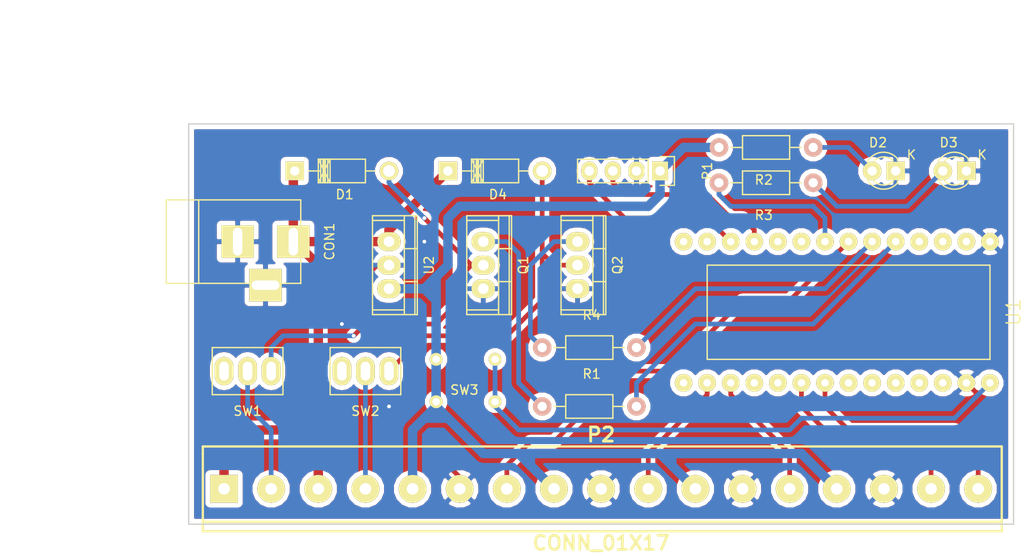
<source format=kicad_pcb>
(kicad_pcb (version 4) (host pcbnew 0.201509221857+6208~30~ubuntu14.04.1-product)

  (general
    (links 48)
    (no_connects 0)
    (area 86.944287 73.35 197.213 133.2992)
    (thickness 1.6)
    (drawings 8)
    (tracks 159)
    (zones 0)
    (modules 18)
    (nets 40)
  )

  (page A4)
  (layers
    (0 F.Cu signal)
    (31 B.Cu signal)
    (32 B.Adhes user)
    (33 F.Adhes user)
    (34 B.Paste user)
    (35 F.Paste user)
    (36 B.SilkS user)
    (37 F.SilkS user)
    (38 B.Mask user)
    (39 F.Mask user)
    (40 Dwgs.User user)
    (41 Cmts.User user)
    (42 Eco1.User user)
    (43 Eco2.User user)
    (44 Edge.Cuts user)
    (45 Margin user)
    (46 B.CrtYd user)
    (47 F.CrtYd user)
    (48 B.Fab user)
    (49 F.Fab user)
  )

  (setup
    (last_trace_width 0.508)
    (trace_clearance 0.508)
    (zone_clearance 0.508)
    (zone_45_only no)
    (trace_min 0.508)
    (segment_width 0.2)
    (edge_width 0.15)
    (via_size 0.508)
    (via_drill 0.4064)
    (via_min_size 0.508)
    (via_min_drill 0.4064)
    (uvia_size 0.3)
    (uvia_drill 0.1)
    (uvias_allowed no)
    (uvia_min_size 0)
    (uvia_min_drill 0)
    (pcb_text_width 0.3)
    (pcb_text_size 1.5 1.5)
    (mod_edge_width 0.15)
    (mod_text_size 1 1)
    (mod_text_width 0.15)
    (pad_size 3.50012 3.50012)
    (pad_drill 2.99974)
    (pad_to_mask_clearance 0.2)
    (aux_axis_origin 0 0)
    (visible_elements FFFFFF7F)
    (pcbplotparams
      (layerselection 0x01000_80000001)
      (usegerberextensions false)
      (excludeedgelayer true)
      (linewidth 0.100000)
      (plotframeref false)
      (viasonmask false)
      (mode 1)
      (useauxorigin false)
      (hpglpennumber 1)
      (hpglpenspeed 20)
      (hpglpendiameter 15)
      (hpglpenoverlay 2)
      (psnegative false)
      (psa4output false)
      (plotreference true)
      (plotvalue true)
      (plotinvisibletext false)
      (padsonsilk false)
      (subtractmaskfromsilk false)
      (outputformat 1)
      (mirror false)
      (drillshape 0)
      (scaleselection 1)
      (outputdirectory ""))
  )

  (net 0 "")
  (net 1 +12V)
  (net 2 Earth)
  (net 3 "Net-(D1-Pad2)")
  (net 4 "Net-(D2-Pad2)")
  (net 5 "Net-(D3-Pad2)")
  (net 6 "Net-(D4-Pad2)")
  (net 7 +5V)
  (net 8 /BT_TX)
  (net 9 /BT_RX)
  (net 10 /Pump1GND)
  (net 11 /Pump2GND)
  (net 12 /FlowSens)
  (net 13 /IR1)
  (net 14 /IR2)
  (net 15 /SDA)
  (net 16 /SCLK)
  (net 17 "Net-(Q1-Pad1)")
  (net 18 "Net-(Q2-Pad1)")
  (net 19 /Pump1PWM)
  (net 20 /TeensyPWR)
  (net 21 /Pump2PWM)
  (net 22 "Net-(SW1-Pad1)")
  (net 23 "Net-(SW2-Pad1)")
  (net 24 "Net-(U1-Pad0)")
  (net 25 "Net-(U1-Pad1)")
  (net 26 "Net-(U1-Pad2)")
  (net 27 "Net-(U1-Pad7)")
  (net 28 "Net-(U1-Pad8)")
  (net 29 "Net-(U1-Pad11)")
  (net 30 "Net-(U1-Pad12)")
  (net 31 "Net-(U1-Pad13)")
  (net 32 "Net-(U1-Pad16)")
  (net 33 "Net-(U1-Pad17)")
  (net 34 "Net-(U1-Pad20)")
  (net 35 "Net-(U1-Pad21)")
  (net 36 "Net-(U1-Pad22)")
  (net 37 "Net-(U1-Pad23)")
  (net 38 "Net-(U1-Pad24)")
  (net 39 "Net-(SW3-Pad1)")

  (net_class Default "This is the default net class."
    (clearance 0.508)
    (trace_width 0.508)
    (via_dia 0.508)
    (via_drill 0.4064)
    (uvia_dia 0.3)
    (uvia_drill 0.1)
    (add_net /BT_RX)
    (add_net /BT_TX)
    (add_net /FlowSens)
    (add_net /IR1)
    (add_net /IR2)
    (add_net /Pump1GND)
    (add_net /Pump1PWM)
    (add_net /Pump2GND)
    (add_net /Pump2PWM)
    (add_net /SCLK)
    (add_net /SDA)
    (add_net /TeensyPWR)
    (add_net Earth)
    (add_net "Net-(D1-Pad2)")
    (add_net "Net-(D2-Pad2)")
    (add_net "Net-(D3-Pad2)")
    (add_net "Net-(D4-Pad2)")
    (add_net "Net-(Q1-Pad1)")
    (add_net "Net-(Q2-Pad1)")
    (add_net "Net-(SW1-Pad1)")
    (add_net "Net-(SW2-Pad1)")
    (add_net "Net-(SW3-Pad1)")
    (add_net "Net-(U1-Pad0)")
    (add_net "Net-(U1-Pad1)")
    (add_net "Net-(U1-Pad11)")
    (add_net "Net-(U1-Pad12)")
    (add_net "Net-(U1-Pad13)")
    (add_net "Net-(U1-Pad16)")
    (add_net "Net-(U1-Pad17)")
    (add_net "Net-(U1-Pad2)")
    (add_net "Net-(U1-Pad20)")
    (add_net "Net-(U1-Pad21)")
    (add_net "Net-(U1-Pad22)")
    (add_net "Net-(U1-Pad23)")
    (add_net "Net-(U1-Pad24)")
    (add_net "Net-(U1-Pad7)")
    (add_net "Net-(U1-Pad8)")
  )

  (net_class Power ""
    (clearance 0.508)
    (trace_width 1.016)
    (via_dia 0.508)
    (via_drill 0.4064)
    (uvia_dia 0.3)
    (uvia_drill 0.1)
    (add_net +12V)
    (add_net +5V)
  )

  (module Buttons_Switches_ThroughHole:SW_PUSH_SMALL (layer F.Cu) (tedit 5648DFAF) (tstamp 5648DCBD)
    (at 139.7 111.76 180)
    (path /5648E131)
    (fp_text reference SW3 (at 3.302 -3.302 180) (layer F.SilkS)
      (effects (font (size 1 1) (thickness 0.15)))
    )
    (fp_text value SW_PUSH (at 3.302 -1.524 180) (layer F.Fab)
      (effects (font (size 1 1) (thickness 0.15)))
    )
    (fp_line (start 6.35 0) (end 6.35 -4.572) (layer F.Fab) (width 0.15))
    (fp_line (start 6.35 -4.572) (end 0 -4.572) (layer F.Fab) (width 0.15))
    (fp_line (start 0 -4.572) (end 0 0) (layer F.Fab) (width 0.15))
    (fp_line (start 0 0) (end 6.35 0) (layer F.Fab) (width 0.15))
    (pad 1 thru_hole circle (at 0 0 180) (size 1.397 1.397) (drill 0.8128) (layers *.Cu *.Mask F.SilkS)
      (net 39 "Net-(SW3-Pad1)"))
    (pad 2 thru_hole circle (at 6.35 0 180) (size 1.397 1.397) (drill 0.8128) (layers *.Cu *.Mask F.SilkS)
      (net 7 +5V))
    (pad 1 thru_hole circle (at 0 -4.572 180) (size 1.397 1.397) (drill 0.8128) (layers *.Cu *.Mask F.SilkS)
      (net 39 "Net-(SW3-Pad1)"))
    (pad 2 thru_hole circle (at 6.35 -4.572 180) (size 1.397 1.397) (drill 0.8128) (layers *.Cu *.Mask F.SilkS)
      (net 7 +5V))
  )

  (module CustomSwitch:SPDT-ThroughHole (layer F.Cu) (tedit 56466436) (tstamp 564654B5)
    (at 125.73 113.03)
    (path /56486D94)
    (fp_text reference SW2 (at 0 4.31) (layer F.SilkS)
      (effects (font (size 1 1) (thickness 0.15)))
    )
    (fp_text value Switch_SPDT_x2 (at 0 -4.31) (layer F.Fab)
      (effects (font (size 1 1) (thickness 0.15)))
    )
    (fp_line (start 3.81 -2.54) (end -3.81 -2.54) (layer F.SilkS) (width 0.15))
    (fp_line (start -3.81 -2.54) (end -3.81 2.54) (layer F.SilkS) (width 0.15))
    (fp_line (start -3.81 2.54) (end 3.81 2.54) (layer F.SilkS) (width 0.15))
    (fp_line (start 3.81 2.54) (end 3.81 -2.54) (layer F.SilkS) (width 0.15))
    (pad 1 thru_hole oval (at -2.54 0) (size 2.032 3.048) (drill oval 1.016 2.032) (layers *.Cu *.Mask F.SilkS)
      (net 23 "Net-(SW2-Pad1)"))
    (pad 2 thru_hole oval (at 0 0) (size 2.032 3.048) (drill oval 1.016 2.032) (layers *.Cu *.Mask F.SilkS)
      (net 11 /Pump2GND))
    (pad 3 thru_hole oval (at 2.54 0) (size 2.032 3.048) (drill oval 1.016 2.032) (layers *.Cu *.Mask F.SilkS)
      (net 6 "Net-(D4-Pad2)"))
  )

  (module SPDT-ThroughHole (layer F.Cu) (tedit 56466319) (tstamp 564654AE)
    (at 113.03 113.03)
    (path /56477804)
    (fp_text reference SW1 (at 0 4.31) (layer F.SilkS)
      (effects (font (size 1 1) (thickness 0.15)))
    )
    (fp_text value Switch_SPDT_x2 (at 0 -4.31) (layer F.Fab)
      (effects (font (size 1 1) (thickness 0.15)))
    )
    (fp_line (start 3.81 -2.54) (end -3.81 -2.54) (layer F.SilkS) (width 0.15))
    (fp_line (start -3.81 -2.54) (end -3.81 2.54) (layer F.SilkS) (width 0.15))
    (fp_line (start -3.81 2.54) (end 3.81 2.54) (layer F.SilkS) (width 0.15))
    (fp_line (start 3.81 2.54) (end 3.81 -2.54) (layer F.SilkS) (width 0.15))
    (pad 1 thru_hole oval (at -2.54 0) (size 2.032 3.048) (drill oval 1.016 2.032) (layers *.Cu *.Mask F.SilkS)
      (net 22 "Net-(SW1-Pad1)"))
    (pad 2 thru_hole oval (at 0 0) (size 2.032 3.048) (drill oval 1.016 2.032) (layers *.Cu *.Mask F.SilkS)
      (net 10 /Pump1GND))
    (pad 3 thru_hole oval (at 2.54 0) (size 2.032 3.048) (drill oval 1.016 2.032) (layers *.Cu *.Mask F.SilkS)
      (net 3 "Net-(D1-Pad2)"))
  )

  (module Power_Integrations:TO-220 (layer F.Cu) (tedit 0) (tstamp 564654DC)
    (at 128.27 101.6 270)
    (descr "Non Isolated JEDEC TO-220 Package")
    (tags "Power Integration YN Package")
    (path /5643BC50)
    (fp_text reference U2 (at 0 -4.318 270) (layer F.SilkS)
      (effects (font (size 1 1) (thickness 0.15)))
    )
    (fp_text value LM7805CT (at 0 -4.318 270) (layer F.Fab)
      (effects (font (size 1 1) (thickness 0.15)))
    )
    (fp_line (start 4.826 -1.651) (end 4.826 1.778) (layer F.SilkS) (width 0.15))
    (fp_line (start -4.826 -1.651) (end -4.826 1.778) (layer F.SilkS) (width 0.15))
    (fp_line (start 5.334 -2.794) (end -5.334 -2.794) (layer F.SilkS) (width 0.15))
    (fp_line (start 1.778 -1.778) (end 1.778 -3.048) (layer F.SilkS) (width 0.15))
    (fp_line (start -1.778 -1.778) (end -1.778 -3.048) (layer F.SilkS) (width 0.15))
    (fp_line (start -5.334 -1.651) (end 5.334 -1.651) (layer F.SilkS) (width 0.15))
    (fp_line (start 5.334 1.778) (end -5.334 1.778) (layer F.SilkS) (width 0.15))
    (fp_line (start -5.334 -3.048) (end -5.334 1.778) (layer F.SilkS) (width 0.15))
    (fp_line (start 5.334 -3.048) (end 5.334 1.778) (layer F.SilkS) (width 0.15))
    (fp_line (start 5.334 -3.048) (end -5.334 -3.048) (layer F.SilkS) (width 0.15))
    (pad 2 thru_hole oval (at 0 0 270) (size 2.032 2.54) (drill 1.143) (layers *.Cu *.Mask F.SilkS)
      (net 2 Earth))
    (pad 3 thru_hole oval (at 2.54 0 270) (size 2.032 2.54) (drill 1.143) (layers *.Cu *.Mask F.SilkS)
      (net 7 +5V))
    (pad 1 thru_hole oval (at -2.54 0 270) (size 2.032 2.54) (drill 1.143) (layers *.Cu *.Mask F.SilkS)
      (net 1 +12V))
  )

  (module Teensy:Teensy-3.1 (layer F.Cu) (tedit 5506D470) (tstamp 564654D5)
    (at 190.5 99.06 180)
    (path /5643B9EE)
    (fp_text reference U1 (at -5.08 -7.62 270) (layer F.SilkS)
      (effects (font (size 1.5 1.5) (thickness 0.15)))
    )
    (fp_text value Teensy_3.1 (at 5.08 -10.16 180) (layer F.Fab)
      (effects (font (size 1.5 1.5) (thickness 0.15)))
    )
    (fp_line (start -2.54 -12.7) (end 27.94 -12.7) (layer F.SilkS) (width 0.15))
    (fp_line (start 27.94 -12.7) (end 27.94 -2.54) (layer F.SilkS) (width 0.15))
    (fp_line (start 27.94 -2.54) (end -2.54 -2.54) (layer F.SilkS) (width 0.15))
    (fp_line (start -2.54 -2.54) (end -2.54 -12.7) (layer F.SilkS) (width 0.15))
    (pad 0 thru_hole circle (at 0 0 180) (size 1.9 1.9) (drill 0.8) (layers *.Cu *.Mask F.SilkS)
      (net 24 "Net-(U1-Pad0)"))
    (pad 1 thru_hole circle (at 2.54 0 180) (size 1.9 1.9) (drill 0.8) (layers *.Cu *.Mask F.SilkS)
      (net 25 "Net-(U1-Pad1)"))
    (pad 2 thru_hole circle (at 5.08 0 180) (size 1.9 1.9) (drill 0.8) (layers *.Cu *.Mask F.SilkS)
      (net 26 "Net-(U1-Pad2)"))
    (pad 3 thru_hole circle (at 7.62 0 180) (size 1.9 1.9) (drill 0.8) (layers *.Cu *.Mask F.SilkS)
      (net 19 /Pump1PWM))
    (pad 4 thru_hole circle (at 10.16 0 180) (size 1.9 1.9) (drill 0.8) (layers *.Cu *.Mask F.SilkS)
      (net 21 /Pump2PWM))
    (pad 5 thru_hole circle (at 12.7 0 180) (size 1.9 1.9) (drill 0.8) (layers *.Cu *.Mask F.SilkS)
      (net 12 /FlowSens))
    (pad 6 thru_hole circle (at 15.24 0 180) (size 1.9 1.9) (drill 0.8) (layers *.Cu *.Mask F.SilkS)
      (net 20 /TeensyPWR))
    (pad 7 thru_hole circle (at 17.78 0 180) (size 1.9 1.9) (drill 0.8) (layers *.Cu *.Mask F.SilkS)
      (net 27 "Net-(U1-Pad7)"))
    (pad 8 thru_hole circle (at 20.32 0 180) (size 1.9 1.9) (drill 0.8) (layers *.Cu *.Mask F.SilkS)
      (net 28 "Net-(U1-Pad8)"))
    (pad 9 thru_hole circle (at 22.86 0 180) (size 1.9 1.9) (drill 0.8) (layers *.Cu *.Mask F.SilkS)
      (net 8 /BT_TX))
    (pad 10 thru_hole circle (at 25.4 0 180) (size 1.9 1.9) (drill 0.8) (layers *.Cu *.Mask F.SilkS)
      (net 9 /BT_RX))
    (pad 11 thru_hole circle (at 27.94 0 180) (size 1.9 1.9) (drill 0.8) (layers *.Cu *.Mask F.SilkS)
      (net 29 "Net-(U1-Pad11)"))
    (pad 12 thru_hole circle (at 30.48 0 180) (size 1.9 1.9) (drill 0.8) (layers *.Cu *.Mask F.SilkS)
      (net 30 "Net-(U1-Pad12)"))
    (pad 13 thru_hole circle (at 30.48 -15.24 180) (size 1.9 1.9) (drill 0.8) (layers *.Cu *.Mask F.SilkS)
      (net 31 "Net-(U1-Pad13)"))
    (pad 14 thru_hole circle (at 27.94 -15.24 180) (size 1.9 1.9) (drill 0.8) (layers *.Cu *.Mask F.SilkS)
      (net 13 /IR1))
    (pad 15 thru_hole circle (at 25.4 -15.24 180) (size 1.9 1.9) (drill 0.8) (layers *.Cu *.Mask F.SilkS)
      (net 14 /IR2))
    (pad 16 thru_hole circle (at 22.86 -15.24 180) (size 1.9 1.9) (drill 0.8) (layers *.Cu *.Mask F.SilkS)
      (net 32 "Net-(U1-Pad16)"))
    (pad 17 thru_hole circle (at 20.32 -15.24 180) (size 1.9 1.9) (drill 0.8) (layers *.Cu *.Mask F.SilkS)
      (net 33 "Net-(U1-Pad17)"))
    (pad 18 thru_hole circle (at 17.78 -15.24 180) (size 1.9 1.9) (drill 0.8) (layers *.Cu *.Mask F.SilkS)
      (net 15 /SDA))
    (pad 19 thru_hole circle (at 15.24 -15.24 180) (size 1.9 1.9) (drill 0.8) (layers *.Cu *.Mask F.SilkS)
      (net 16 /SCLK))
    (pad 20 thru_hole circle (at 12.7 -15.24 180) (size 1.9 1.9) (drill 0.8) (layers *.Cu *.Mask F.SilkS)
      (net 34 "Net-(U1-Pad20)"))
    (pad 21 thru_hole circle (at 10.16 -15.24 180) (size 1.9 1.9) (drill 0.8) (layers *.Cu *.Mask F.SilkS)
      (net 35 "Net-(U1-Pad21)"))
    (pad 22 thru_hole circle (at 7.62 -15.24 180) (size 1.9 1.9) (drill 0.8) (layers *.Cu *.Mask F.SilkS)
      (net 36 "Net-(U1-Pad22)"))
    (pad 23 thru_hole circle (at 5.08 -15.24 180) (size 1.9 1.9) (drill 0.8) (layers *.Cu *.Mask F.SilkS)
      (net 37 "Net-(U1-Pad23)"))
    (pad 24 thru_hole circle (at 2.54 -15.24 180) (size 1.9 1.9) (drill 0.8) (layers *.Cu *.Mask F.SilkS)
      (net 38 "Net-(U1-Pad24)"))
    (pad 25 thru_hole circle (at 0 -15.24 180) (size 1.9 1.9) (drill 0.8) (layers *.Cu *.Mask F.SilkS)
      (net 2 Earth))
    (pad 26 thru_hole circle (at -2.54 -15.24 180) (size 1.9 1.9) (drill 0.8) (layers *.Cu *.Mask F.SilkS)
      (net 39 "Net-(SW3-Pad1)"))
    (pad 27 thru_hole circle (at -2.54 0 180) (size 1.9 1.9) (drill 0.8) (layers *.Cu *.Mask F.SilkS)
      (net 2 Earth))
  )

  (module Resistors_ThroughHole:Resistor_Horizontal_RM10mm (layer F.Cu) (tedit 53F56209) (tstamp 564654A7)
    (at 149.86 110.49)
    (descr "Resistor, Axial,  RM 10mm, 1/3W,")
    (tags "Resistor, Axial, RM 10mm, 1/3W,")
    (path /5643C8A0)
    (fp_text reference R4 (at 0.24892 -3.50012) (layer F.SilkS)
      (effects (font (size 1 1) (thickness 0.15)))
    )
    (fp_text value R (at 3.81 3.81) (layer F.Fab)
      (effects (font (size 1 1) (thickness 0.15)))
    )
    (fp_line (start -2.54 -1.27) (end 2.54 -1.27) (layer F.SilkS) (width 0.15))
    (fp_line (start 2.54 -1.27) (end 2.54 1.27) (layer F.SilkS) (width 0.15))
    (fp_line (start 2.54 1.27) (end -2.54 1.27) (layer F.SilkS) (width 0.15))
    (fp_line (start -2.54 1.27) (end -2.54 -1.27) (layer F.SilkS) (width 0.15))
    (fp_line (start -2.54 0) (end -3.81 0) (layer F.SilkS) (width 0.15))
    (fp_line (start 2.54 0) (end 3.81 0) (layer F.SilkS) (width 0.15))
    (pad 1 thru_hole circle (at -5.08 0) (size 1.99898 1.99898) (drill 1.00076) (layers *.Cu *.SilkS *.Mask)
      (net 18 "Net-(Q2-Pad1)"))
    (pad 2 thru_hole circle (at 5.08 0) (size 1.99898 1.99898) (drill 1.00076) (layers *.Cu *.SilkS *.Mask)
      (net 21 /Pump2PWM))
    (model Resistors_ThroughHole.3dshapes/Resistor_Horizontal_RM10mm.wrl
      (at (xyz 0 0 0))
      (scale (xyz 0.4 0.4 0.4))
      (rotate (xyz 0 0 0))
    )
  )

  (module Resistors_ThroughHole:Resistor_Horizontal_RM10mm (layer F.Cu) (tedit 53F56209) (tstamp 564654A1)
    (at 168.91 92.71 180)
    (descr "Resistor, Axial,  RM 10mm, 1/3W,")
    (tags "Resistor, Axial, RM 10mm, 1/3W,")
    (path /5643FD47)
    (fp_text reference R3 (at 0.24892 -3.50012 180) (layer F.SilkS)
      (effects (font (size 1 1) (thickness 0.15)))
    )
    (fp_text value R (at 3.81 3.81 180) (layer F.Fab)
      (effects (font (size 1 1) (thickness 0.15)))
    )
    (fp_line (start -2.54 -1.27) (end 2.54 -1.27) (layer F.SilkS) (width 0.15))
    (fp_line (start 2.54 -1.27) (end 2.54 1.27) (layer F.SilkS) (width 0.15))
    (fp_line (start 2.54 1.27) (end -2.54 1.27) (layer F.SilkS) (width 0.15))
    (fp_line (start -2.54 1.27) (end -2.54 -1.27) (layer F.SilkS) (width 0.15))
    (fp_line (start -2.54 0) (end -3.81 0) (layer F.SilkS) (width 0.15))
    (fp_line (start 2.54 0) (end 3.81 0) (layer F.SilkS) (width 0.15))
    (pad 1 thru_hole circle (at -5.08 0 180) (size 1.99898 1.99898) (drill 1.00076) (layers *.Cu *.SilkS *.Mask)
      (net 5 "Net-(D3-Pad2)"))
    (pad 2 thru_hole circle (at 5.08 0 180) (size 1.99898 1.99898) (drill 1.00076) (layers *.Cu *.SilkS *.Mask)
      (net 20 /TeensyPWR))
    (model Resistors_ThroughHole.3dshapes/Resistor_Horizontal_RM10mm.wrl
      (at (xyz 0 0 0))
      (scale (xyz 0.4 0.4 0.4))
      (rotate (xyz 0 0 0))
    )
  )

  (module Resistors_ThroughHole:Resistor_Horizontal_RM10mm (layer F.Cu) (tedit 53F56209) (tstamp 5646549B)
    (at 168.91 88.9 180)
    (descr "Resistor, Axial,  RM 10mm, 1/3W,")
    (tags "Resistor, Axial, RM 10mm, 1/3W,")
    (path /5643FCF1)
    (fp_text reference R2 (at 0.24892 -3.50012 180) (layer F.SilkS)
      (effects (font (size 1 1) (thickness 0.15)))
    )
    (fp_text value R (at 3.81 3.81 180) (layer F.Fab)
      (effects (font (size 1 1) (thickness 0.15)))
    )
    (fp_line (start -2.54 -1.27) (end 2.54 -1.27) (layer F.SilkS) (width 0.15))
    (fp_line (start 2.54 -1.27) (end 2.54 1.27) (layer F.SilkS) (width 0.15))
    (fp_line (start 2.54 1.27) (end -2.54 1.27) (layer F.SilkS) (width 0.15))
    (fp_line (start -2.54 1.27) (end -2.54 -1.27) (layer F.SilkS) (width 0.15))
    (fp_line (start -2.54 0) (end -3.81 0) (layer F.SilkS) (width 0.15))
    (fp_line (start 2.54 0) (end 3.81 0) (layer F.SilkS) (width 0.15))
    (pad 1 thru_hole circle (at -5.08 0 180) (size 1.99898 1.99898) (drill 1.00076) (layers *.Cu *.SilkS *.Mask)
      (net 4 "Net-(D2-Pad2)"))
    (pad 2 thru_hole circle (at 5.08 0 180) (size 1.99898 1.99898) (drill 1.00076) (layers *.Cu *.SilkS *.Mask)
      (net 7 +5V))
    (model Resistors_ThroughHole.3dshapes/Resistor_Horizontal_RM10mm.wrl
      (at (xyz 0 0 0))
      (scale (xyz 0.4 0.4 0.4))
      (rotate (xyz 0 0 0))
    )
  )

  (module Resistors_ThroughHole:Resistor_Horizontal_RM10mm (layer F.Cu) (tedit 53F56209) (tstamp 56465495)
    (at 149.86 116.84)
    (descr "Resistor, Axial,  RM 10mm, 1/3W,")
    (tags "Resistor, Axial, RM 10mm, 1/3W,")
    (path /5643F405)
    (fp_text reference R1 (at 0.24892 -3.50012) (layer F.SilkS)
      (effects (font (size 1 1) (thickness 0.15)))
    )
    (fp_text value R (at 3.81 3.81) (layer F.Fab)
      (effects (font (size 1 1) (thickness 0.15)))
    )
    (fp_line (start -2.54 -1.27) (end 2.54 -1.27) (layer F.SilkS) (width 0.15))
    (fp_line (start 2.54 -1.27) (end 2.54 1.27) (layer F.SilkS) (width 0.15))
    (fp_line (start 2.54 1.27) (end -2.54 1.27) (layer F.SilkS) (width 0.15))
    (fp_line (start -2.54 1.27) (end -2.54 -1.27) (layer F.SilkS) (width 0.15))
    (fp_line (start -2.54 0) (end -3.81 0) (layer F.SilkS) (width 0.15))
    (fp_line (start 2.54 0) (end 3.81 0) (layer F.SilkS) (width 0.15))
    (pad 1 thru_hole circle (at -5.08 0) (size 1.99898 1.99898) (drill 1.00076) (layers *.Cu *.SilkS *.Mask)
      (net 17 "Net-(Q1-Pad1)"))
    (pad 2 thru_hole circle (at 5.08 0) (size 1.99898 1.99898) (drill 1.00076) (layers *.Cu *.SilkS *.Mask)
      (net 19 /Pump1PWM))
    (model Resistors_ThroughHole.3dshapes/Resistor_Horizontal_RM10mm.wrl
      (at (xyz 0 0 0))
      (scale (xyz 0.4 0.4 0.4))
      (rotate (xyz 0 0 0))
    )
  )

  (module w_conn_screw:mors_17p (layer F.Cu) (tedit 0) (tstamp 56465481)
    (at 151.13 125.73)
    (descr "Terminal block 17 pins")
    (tags DEV)
    (path /5647D4EB)
    (fp_text reference P2 (at 0 -5.842) (layer F.SilkS)
      (effects (font (thickness 0.3048)))
    )
    (fp_text value CONN_01X17 (at 0 5.842) (layer F.SilkS)
      (effects (font (thickness 0.3048)))
    )
    (fp_line (start 43.18 -4.572) (end -42.926 -4.572) (layer F.SilkS) (width 0.254))
    (fp_line (start -42.926 4.572) (end 43.18 4.572) (layer F.SilkS) (width 0.254))
    (fp_line (start 43.18 3.556) (end -42.926 3.556) (layer F.SilkS) (width 0.254))
    (fp_line (start 43.18 -4.572) (end 43.18 4.572) (layer F.SilkS) (width 0.254))
    (fp_line (start -42.926 4.572) (end -42.926 3.556) (layer F.SilkS) (width 0.254))
    (fp_line (start -42.926 -4.572) (end -42.926 -3.81) (layer F.SilkS) (width 0.254))
    (fp_line (start -42.926 3.81) (end -42.926 -3.81) (layer F.SilkS) (width 0.254))
    (pad 1 thru_hole rect (at -40.64 0) (size 2.99974 2.99974) (drill 1.24968) (layers *.Cu *.Mask F.SilkS)
      (net 1 +12V))
    (pad 2 thru_hole circle (at -35.56 0) (size 2.99974 2.99974) (drill 1.24968) (layers *.Cu *.Mask F.SilkS)
      (net 10 /Pump1GND))
    (pad 3 thru_hole circle (at -30.48 0) (size 2.99974 2.99974) (drill 1.24968) (layers *.Cu *.Mask F.SilkS)
      (net 1 +12V))
    (pad 4 thru_hole circle (at -25.4 0) (size 2.99974 2.99974) (drill 1.24968) (layers *.Cu *.Mask F.SilkS)
      (net 11 /Pump2GND))
    (pad 5 thru_hole circle (at -20.32 0) (size 2.99974 2.99974) (drill 1.24968) (layers *.Cu *.Mask F.SilkS)
      (net 7 +5V))
    (pad 6 thru_hole circle (at -15.24 0) (size 2.99974 2.99974) (drill 1.24968) (layers *.Cu *.Mask F.SilkS)
      (net 2 Earth))
    (pad 7 thru_hole circle (at -10.16 0) (size 2.99974 2.99974) (drill 1.24968) (layers *.Cu *.Mask F.SilkS)
      (net 12 /FlowSens))
    (pad 8 thru_hole circle (at -5.08 0) (size 2.99974 2.99974) (drill 1.24968) (layers *.Cu *.Mask F.SilkS)
      (net 7 +5V))
    (pad 9 thru_hole circle (at 0 0) (size 2.99974 2.99974) (drill 1.24968) (layers *.Cu *.Mask F.SilkS)
      (net 2 Earth))
    (pad 10 thru_hole circle (at 5.08 0) (size 2.99974 2.99974) (drill 1.24968) (layers *.Cu *.Mask F.SilkS)
      (net 13 /IR1))
    (pad 11 thru_hole circle (at 10.16 0) (size 2.99974 2.99974) (drill 1.24968) (layers *.Cu *.Mask F.SilkS)
      (net 7 +5V))
    (pad 12 thru_hole circle (at 15.24 0) (size 2.99974 2.99974) (drill 1.24968) (layers *.Cu *.Mask F.SilkS)
      (net 2 Earth))
    (pad 13 thru_hole circle (at 20.32 0) (size 2.99974 2.99974) (drill 1.24968) (layers *.Cu *.Mask F.SilkS)
      (net 14 /IR2))
    (pad 14 thru_hole circle (at 25.4 0) (size 2.99974 2.99974) (drill 1.24968) (layers *.Cu *.Mask F.SilkS)
      (net 7 +5V))
    (pad 15 thru_hole circle (at 30.48 0) (size 2.99974 2.99974) (drill 1.24968) (layers *.Cu *.Mask F.SilkS)
      (net 2 Earth))
    (pad 16 thru_hole circle (at 35.56 0) (size 2.99974 2.99974) (drill 1.24968) (layers *.Cu *.Mask F.SilkS)
      (net 15 /SDA))
    (pad 17 thru_hole circle (at 40.64 0) (size 2.99974 2.99974) (drill 1.24968) (layers *.Cu *.Mask F.SilkS)
      (net 16 /SCLK))
    (model walter/conn_screw/mors_17p.wrl
      (at (xyz 0 0 0))
      (scale (xyz 1 1 1))
      (rotate (xyz 0 0 0))
    )
  )

  (module Pin_Headers:Pin_Header_Straight_1x04 (layer F.Cu) (tedit 0) (tstamp 5646546C)
    (at 157.48 91.44 270)
    (descr "Through hole pin header")
    (tags "pin header")
    (path /5643CAD2)
    (fp_text reference P1 (at 0 -5.1 270) (layer F.SilkS)
      (effects (font (size 1 1) (thickness 0.15)))
    )
    (fp_text value CONN_01X04 (at 0 -3.1 270) (layer F.Fab)
      (effects (font (size 1 1) (thickness 0.15)))
    )
    (fp_line (start -1.75 -1.75) (end -1.75 9.4) (layer F.CrtYd) (width 0.05))
    (fp_line (start 1.75 -1.75) (end 1.75 9.4) (layer F.CrtYd) (width 0.05))
    (fp_line (start -1.75 -1.75) (end 1.75 -1.75) (layer F.CrtYd) (width 0.05))
    (fp_line (start -1.75 9.4) (end 1.75 9.4) (layer F.CrtYd) (width 0.05))
    (fp_line (start -1.27 1.27) (end -1.27 8.89) (layer F.SilkS) (width 0.15))
    (fp_line (start 1.27 1.27) (end 1.27 8.89) (layer F.SilkS) (width 0.15))
    (fp_line (start 1.55 -1.55) (end 1.55 0) (layer F.SilkS) (width 0.15))
    (fp_line (start -1.27 8.89) (end 1.27 8.89) (layer F.SilkS) (width 0.15))
    (fp_line (start 1.27 1.27) (end -1.27 1.27) (layer F.SilkS) (width 0.15))
    (fp_line (start -1.55 0) (end -1.55 -1.55) (layer F.SilkS) (width 0.15))
    (fp_line (start -1.55 -1.55) (end 1.55 -1.55) (layer F.SilkS) (width 0.15))
    (pad 1 thru_hole rect (at 0 0 270) (size 2.032 1.7272) (drill 1.016) (layers *.Cu *.Mask F.SilkS)
      (net 7 +5V))
    (pad 2 thru_hole oval (at 0 2.54 270) (size 2.032 1.7272) (drill 1.016) (layers *.Cu *.Mask F.SilkS)
      (net 2 Earth))
    (pad 3 thru_hole oval (at 0 5.08 270) (size 2.032 1.7272) (drill 1.016) (layers *.Cu *.Mask F.SilkS)
      (net 8 /BT_TX))
    (pad 4 thru_hole oval (at 0 7.62 270) (size 2.032 1.7272) (drill 1.016) (layers *.Cu *.Mask F.SilkS)
      (net 9 /BT_RX))
    (model Pin_Headers.3dshapes/Pin_Header_Straight_1x04.wrl
      (at (xyz 0 -0.15 0))
      (scale (xyz 1 1 1))
      (rotate (xyz 0 0 90))
    )
  )

  (module Diodes_ThroughHole:Diode_DO-41_SOD81_Horizontal_RM10 (layer F.Cu) (tedit 552FFCCE) (tstamp 56465464)
    (at 134.62 91.44)
    (descr "Diode, DO-41, SOD81, Horizontal, RM 10mm,")
    (tags "Diode, DO-41, SOD81, Horizontal, RM 10mm, 1N4007, SB140,")
    (path /5643C7DB)
    (fp_text reference D4 (at 5.38734 2.53746) (layer F.SilkS)
      (effects (font (size 1 1) (thickness 0.15)))
    )
    (fp_text value D (at 4.37134 -3.55854) (layer F.Fab)
      (effects (font (size 1 1) (thickness 0.15)))
    )
    (fp_line (start 7.62 -0.00254) (end 8.636 -0.00254) (layer F.SilkS) (width 0.15))
    (fp_line (start 2.794 -0.00254) (end 1.524 -0.00254) (layer F.SilkS) (width 0.15))
    (fp_line (start 3.048 -1.27254) (end 3.048 1.26746) (layer F.SilkS) (width 0.15))
    (fp_line (start 3.302 -1.27254) (end 3.302 1.26746) (layer F.SilkS) (width 0.15))
    (fp_line (start 3.556 -1.27254) (end 3.556 1.26746) (layer F.SilkS) (width 0.15))
    (fp_line (start 2.794 -1.27254) (end 2.794 1.26746) (layer F.SilkS) (width 0.15))
    (fp_line (start 3.81 -1.27254) (end 2.54 1.26746) (layer F.SilkS) (width 0.15))
    (fp_line (start 2.54 -1.27254) (end 3.81 1.26746) (layer F.SilkS) (width 0.15))
    (fp_line (start 3.81 -1.27254) (end 3.81 1.26746) (layer F.SilkS) (width 0.15))
    (fp_line (start 3.175 -1.27254) (end 3.175 1.26746) (layer F.SilkS) (width 0.15))
    (fp_line (start 2.54 1.26746) (end 2.54 -1.27254) (layer F.SilkS) (width 0.15))
    (fp_line (start 2.54 -1.27254) (end 7.62 -1.27254) (layer F.SilkS) (width 0.15))
    (fp_line (start 7.62 -1.27254) (end 7.62 1.26746) (layer F.SilkS) (width 0.15))
    (fp_line (start 7.62 1.26746) (end 2.54 1.26746) (layer F.SilkS) (width 0.15))
    (pad 2 thru_hole circle (at 10.16 -0.00254 180) (size 1.99898 1.99898) (drill 1.27) (layers *.Cu *.Mask F.SilkS)
      (net 6 "Net-(D4-Pad2)"))
    (pad 1 thru_hole rect (at 0 -0.00254 180) (size 1.99898 1.99898) (drill 1.00076) (layers *.Cu *.Mask F.SilkS)
      (net 1 +12V))
  )

  (module LEDs:LED-3MM (layer F.Cu) (tedit 559B82F6) (tstamp 5646545E)
    (at 190.5 91.44 180)
    (descr "LED 3mm round vertical")
    (tags "LED  3mm round vertical")
    (path /5643D08E)
    (fp_text reference D3 (at 1.91 3.06 180) (layer F.SilkS)
      (effects (font (size 1 1) (thickness 0.15)))
    )
    (fp_text value LED (at 1.3 -2.9 180) (layer F.Fab)
      (effects (font (size 1 1) (thickness 0.15)))
    )
    (fp_line (start -1.2 2.3) (end 3.8 2.3) (layer F.CrtYd) (width 0.05))
    (fp_line (start 3.8 2.3) (end 3.8 -2.2) (layer F.CrtYd) (width 0.05))
    (fp_line (start 3.8 -2.2) (end -1.2 -2.2) (layer F.CrtYd) (width 0.05))
    (fp_line (start -1.2 -2.2) (end -1.2 2.3) (layer F.CrtYd) (width 0.05))
    (fp_line (start -0.199 1.314) (end -0.199 1.114) (layer F.SilkS) (width 0.15))
    (fp_line (start -0.199 -1.28) (end -0.199 -1.1) (layer F.SilkS) (width 0.15))
    (fp_arc (start 1.301 0.034) (end -0.199 -1.286) (angle 108.5) (layer F.SilkS) (width 0.15))
    (fp_arc (start 1.301 0.034) (end 0.25 -1.1) (angle 85.7) (layer F.SilkS) (width 0.15))
    (fp_arc (start 1.311 0.034) (end 3.051 0.994) (angle 110) (layer F.SilkS) (width 0.15))
    (fp_arc (start 1.301 0.034) (end 2.335 1.094) (angle 87.5) (layer F.SilkS) (width 0.15))
    (fp_text user K (at -1.69 1.74 180) (layer F.SilkS)
      (effects (font (size 1 1) (thickness 0.15)))
    )
    (pad 1 thru_hole rect (at 0 0 270) (size 2 2) (drill 1.00076) (layers *.Cu *.Mask F.SilkS)
      (net 2 Earth))
    (pad 2 thru_hole circle (at 2.54 0 180) (size 2 2) (drill 1.00076) (layers *.Cu *.Mask F.SilkS)
      (net 5 "Net-(D3-Pad2)"))
    (model LEDs.3dshapes/LED-3MM.wrl
      (at (xyz 0.05 0 0))
      (scale (xyz 1 1 1))
      (rotate (xyz 0 0 90))
    )
  )

  (module LEDs:LED-3MM (layer F.Cu) (tedit 559B82F6) (tstamp 56465458)
    (at 182.88 91.44 180)
    (descr "LED 3mm round vertical")
    (tags "LED  3mm round vertical")
    (path /5643D044)
    (fp_text reference D2 (at 1.91 3.06 180) (layer F.SilkS)
      (effects (font (size 1 1) (thickness 0.15)))
    )
    (fp_text value LED (at 1.3 -2.9 180) (layer F.Fab)
      (effects (font (size 1 1) (thickness 0.15)))
    )
    (fp_line (start -1.2 2.3) (end 3.8 2.3) (layer F.CrtYd) (width 0.05))
    (fp_line (start 3.8 2.3) (end 3.8 -2.2) (layer F.CrtYd) (width 0.05))
    (fp_line (start 3.8 -2.2) (end -1.2 -2.2) (layer F.CrtYd) (width 0.05))
    (fp_line (start -1.2 -2.2) (end -1.2 2.3) (layer F.CrtYd) (width 0.05))
    (fp_line (start -0.199 1.314) (end -0.199 1.114) (layer F.SilkS) (width 0.15))
    (fp_line (start -0.199 -1.28) (end -0.199 -1.1) (layer F.SilkS) (width 0.15))
    (fp_arc (start 1.301 0.034) (end -0.199 -1.286) (angle 108.5) (layer F.SilkS) (width 0.15))
    (fp_arc (start 1.301 0.034) (end 0.25 -1.1) (angle 85.7) (layer F.SilkS) (width 0.15))
    (fp_arc (start 1.311 0.034) (end 3.051 0.994) (angle 110) (layer F.SilkS) (width 0.15))
    (fp_arc (start 1.301 0.034) (end 2.335 1.094) (angle 87.5) (layer F.SilkS) (width 0.15))
    (fp_text user K (at -1.69 1.74 180) (layer F.SilkS)
      (effects (font (size 1 1) (thickness 0.15)))
    )
    (pad 1 thru_hole rect (at 0 0 270) (size 2 2) (drill 1.00076) (layers *.Cu *.Mask F.SilkS)
      (net 2 Earth))
    (pad 2 thru_hole circle (at 2.54 0 180) (size 2 2) (drill 1.00076) (layers *.Cu *.Mask F.SilkS)
      (net 4 "Net-(D2-Pad2)"))
    (model LEDs.3dshapes/LED-3MM.wrl
      (at (xyz 0.05 0 0))
      (scale (xyz 1 1 1))
      (rotate (xyz 0 0 90))
    )
  )

  (module Diodes_ThroughHole:Diode_DO-41_SOD81_Horizontal_RM10 (layer F.Cu) (tedit 552FFCCE) (tstamp 56465452)
    (at 118.11 91.44)
    (descr "Diode, DO-41, SOD81, Horizontal, RM 10mm,")
    (tags "Diode, DO-41, SOD81, Horizontal, RM 10mm, 1N4007, SB140,")
    (path /5643F3FF)
    (fp_text reference D1 (at 5.38734 2.53746) (layer F.SilkS)
      (effects (font (size 1 1) (thickness 0.15)))
    )
    (fp_text value D (at 4.37134 -3.55854) (layer F.Fab)
      (effects (font (size 1 1) (thickness 0.15)))
    )
    (fp_line (start 7.62 -0.00254) (end 8.636 -0.00254) (layer F.SilkS) (width 0.15))
    (fp_line (start 2.794 -0.00254) (end 1.524 -0.00254) (layer F.SilkS) (width 0.15))
    (fp_line (start 3.048 -1.27254) (end 3.048 1.26746) (layer F.SilkS) (width 0.15))
    (fp_line (start 3.302 -1.27254) (end 3.302 1.26746) (layer F.SilkS) (width 0.15))
    (fp_line (start 3.556 -1.27254) (end 3.556 1.26746) (layer F.SilkS) (width 0.15))
    (fp_line (start 2.794 -1.27254) (end 2.794 1.26746) (layer F.SilkS) (width 0.15))
    (fp_line (start 3.81 -1.27254) (end 2.54 1.26746) (layer F.SilkS) (width 0.15))
    (fp_line (start 2.54 -1.27254) (end 3.81 1.26746) (layer F.SilkS) (width 0.15))
    (fp_line (start 3.81 -1.27254) (end 3.81 1.26746) (layer F.SilkS) (width 0.15))
    (fp_line (start 3.175 -1.27254) (end 3.175 1.26746) (layer F.SilkS) (width 0.15))
    (fp_line (start 2.54 1.26746) (end 2.54 -1.27254) (layer F.SilkS) (width 0.15))
    (fp_line (start 2.54 -1.27254) (end 7.62 -1.27254) (layer F.SilkS) (width 0.15))
    (fp_line (start 7.62 -1.27254) (end 7.62 1.26746) (layer F.SilkS) (width 0.15))
    (fp_line (start 7.62 1.26746) (end 2.54 1.26746) (layer F.SilkS) (width 0.15))
    (pad 2 thru_hole circle (at 10.16 -0.00254 180) (size 1.99898 1.99898) (drill 1.27) (layers *.Cu *.Mask F.SilkS)
      (net 3 "Net-(D1-Pad2)"))
    (pad 1 thru_hole rect (at 0 -0.00254 180) (size 1.99898 1.99898) (drill 1.00076) (layers *.Cu *.Mask F.SilkS)
      (net 1 +12V))
  )

  (module Connect:BARREL_JACK (layer F.Cu) (tedit 564F7B85) (tstamp 5646544C)
    (at 111.76 99.06)
    (descr "DC Barrel Jack")
    (tags "Power Jack")
    (path /5643BACF)
    (fp_text reference CON1 (at 10.09904 0 90) (layer F.SilkS)
      (effects (font (size 1 1) (thickness 0.15)))
    )
    (fp_text value BARREL_JACK (at 0 -5.99948) (layer F.Fab)
      (effects (font (size 1 1) (thickness 0.15)))
    )
    (fp_line (start -4.0005 -4.50088) (end -4.0005 4.50088) (layer F.SilkS) (width 0.15))
    (fp_line (start -7.50062 -4.50088) (end -7.50062 4.50088) (layer F.SilkS) (width 0.15))
    (fp_line (start -7.50062 4.50088) (end 7.00024 4.50088) (layer F.SilkS) (width 0.15))
    (fp_line (start 7.00024 4.50088) (end 7.00024 -4.50088) (layer F.SilkS) (width 0.15))
    (fp_line (start 7.00024 -4.50088) (end -7.50062 -4.50088) (layer F.SilkS) (width 0.15))
    (pad 1 thru_hole rect (at 6.20014 0) (size 3.50012 3.50012) (drill oval 1.016 2.99974) (layers *.Cu *.Mask F.SilkS)
      (net 1 +12V))
    (pad 2 thru_hole rect (at 0.20066 0) (size 3.50012 3.50012) (drill oval 1.016 2.99974) (layers *.Cu *.Mask F.SilkS)
      (net 2 Earth))
    (pad 3 thru_hole rect (at 3.2004 4.699) (size 3.50012 3.50012) (drill oval 2.99974 1.016) (layers *.Cu *.Mask F.SilkS)
      (net 2 Earth))
  )

  (module Power_Integrations:TO-220 (layer F.Cu) (tedit 564657A5) (tstamp 564657B4)
    (at 138.43 101.6 270)
    (descr "Non Isolated JEDEC TO-220 Package")
    (tags "Power Integration YN Package")
    (path /5643F3F9)
    (fp_text reference Q1 (at 0 -4.318 270) (layer F.SilkS)
      (effects (font (size 1 1) (thickness 0.15)))
    )
    (fp_text value MMBT3906 (at 0 -4.318 270) (layer F.Fab)
      (effects (font (size 1 1) (thickness 0.15)))
    )
    (fp_line (start 4.826 -1.651) (end 4.826 1.778) (layer F.SilkS) (width 0.15))
    (fp_line (start -4.826 -1.651) (end -4.826 1.778) (layer F.SilkS) (width 0.15))
    (fp_line (start 5.334 -2.794) (end -5.334 -2.794) (layer F.SilkS) (width 0.15))
    (fp_line (start 1.778 -1.778) (end 1.778 -3.048) (layer F.SilkS) (width 0.15))
    (fp_line (start -1.778 -1.778) (end -1.778 -3.048) (layer F.SilkS) (width 0.15))
    (fp_line (start -5.334 -1.651) (end 5.334 -1.651) (layer F.SilkS) (width 0.15))
    (fp_line (start 5.334 1.778) (end -5.334 1.778) (layer F.SilkS) (width 0.15))
    (fp_line (start -5.334 -3.048) (end -5.334 1.778) (layer F.SilkS) (width 0.15))
    (fp_line (start 5.334 -3.048) (end 5.334 1.778) (layer F.SilkS) (width 0.15))
    (fp_line (start 5.334 -3.048) (end -5.334 -3.048) (layer F.SilkS) (width 0.15))
    (pad 3 thru_hole oval (at 0 0 270) (size 2.032 2.54) (drill 1.143) (layers *.Cu *.Mask F.SilkS)
      (net 3 "Net-(D1-Pad2)"))
    (pad 2 thru_hole oval (at 2.54 0 270) (size 2.032 2.54) (drill 1.143) (layers *.Cu *.Mask F.SilkS)
      (net 2 Earth))
    (pad 1 thru_hole oval (at -2.54 0 270) (size 2.032 2.54) (drill 1.143) (layers *.Cu *.Mask F.SilkS)
      (net 17 "Net-(Q1-Pad1)"))
  )

  (module Power_Integrations:TO-220 (layer F.Cu) (tedit 564657D6) (tstamp 564657BB)
    (at 148.59 101.6 270)
    (descr "Non Isolated JEDEC TO-220 Package")
    (tags "Power Integration YN Package")
    (path /5643BE9A)
    (fp_text reference Q2 (at 0 -4.318 270) (layer F.SilkS)
      (effects (font (size 1 1) (thickness 0.15)))
    )
    (fp_text value MMBT3906 (at 0 -4.318 270) (layer F.Fab)
      (effects (font (size 1 1) (thickness 0.15)))
    )
    (fp_line (start 4.826 -1.651) (end 4.826 1.778) (layer F.SilkS) (width 0.15))
    (fp_line (start -4.826 -1.651) (end -4.826 1.778) (layer F.SilkS) (width 0.15))
    (fp_line (start 5.334 -2.794) (end -5.334 -2.794) (layer F.SilkS) (width 0.15))
    (fp_line (start 1.778 -1.778) (end 1.778 -3.048) (layer F.SilkS) (width 0.15))
    (fp_line (start -1.778 -1.778) (end -1.778 -3.048) (layer F.SilkS) (width 0.15))
    (fp_line (start -5.334 -1.651) (end 5.334 -1.651) (layer F.SilkS) (width 0.15))
    (fp_line (start 5.334 1.778) (end -5.334 1.778) (layer F.SilkS) (width 0.15))
    (fp_line (start -5.334 -3.048) (end -5.334 1.778) (layer F.SilkS) (width 0.15))
    (fp_line (start 5.334 -3.048) (end 5.334 1.778) (layer F.SilkS) (width 0.15))
    (fp_line (start 5.334 -3.048) (end -5.334 -3.048) (layer F.SilkS) (width 0.15))
    (pad 3 thru_hole oval (at 0 0 270) (size 2.032 2.54) (drill 1.143) (layers *.Cu *.Mask F.SilkS)
      (net 6 "Net-(D4-Pad2)"))
    (pad 2 thru_hole oval (at 2.54 0 270) (size 2.032 2.54) (drill 1.143) (layers *.Cu *.Mask F.SilkS)
      (net 2 Earth))
    (pad 1 thru_hole oval (at -2.54 0 270) (size 2.032 2.54) (drill 1.143) (layers *.Cu *.Mask F.SilkS)
      (net 18 "Net-(Q2-Pad1)"))
  )

  (dimension 43.18 (width 0.3) (layer Cmts.User)
    (gr_text "1.7000 in" (at 92.63 107.95 90) (layer Cmts.User)
      (effects (font (size 1.5 1.5) (thickness 0.3)))
    )
    (feature1 (pts (xy 106.68 86.36) (xy 91.28 86.36)))
    (feature2 (pts (xy 106.68 129.54) (xy 91.28 129.54)))
    (crossbar (pts (xy 93.98 129.54) (xy 93.98 86.36)))
    (arrow1a (pts (xy 93.98 86.36) (xy 94.566421 87.486504)))
    (arrow1b (pts (xy 93.98 86.36) (xy 93.393579 87.486504)))
    (arrow2a (pts (xy 93.98 129.54) (xy 94.566421 128.413496)))
    (arrow2b (pts (xy 93.98 129.54) (xy 93.393579 128.413496)))
  )
  (dimension 88.9 (width 0.3) (layer Cmts.User)
    (gr_text "3.5000 in" (at 151.13 74.85) (layer Cmts.User)
      (effects (font (size 1.5 1.5) (thickness 0.3)))
    )
    (feature1 (pts (xy 195.58 86.36) (xy 195.58 73.5)))
    (feature2 (pts (xy 106.68 86.36) (xy 106.68 73.5)))
    (crossbar (pts (xy 106.68 76.2) (xy 195.58 76.2)))
    (arrow1a (pts (xy 195.58 76.2) (xy 194.453496 76.786421)))
    (arrow1b (pts (xy 195.58 76.2) (xy 194.453496 75.613579)))
    (arrow2a (pts (xy 106.68 76.2) (xy 107.806504 76.786421)))
    (arrow2b (pts (xy 106.68 76.2) (xy 107.806504 75.613579)))
  )
  (gr_line (start 106.68 129.54) (end 107.95 129.54) (angle 90) (layer Edge.Cuts) (width 0.15))
  (gr_line (start 106.68 86.36) (end 106.68 129.54) (angle 90) (layer Edge.Cuts) (width 0.15))
  (gr_line (start 107.95 86.36) (end 106.68 86.36) (angle 90) (layer Edge.Cuts) (width 0.15))
  (gr_line (start 195.58 129.54) (end 107.95 129.54) (angle 90) (layer Edge.Cuts) (width 0.15))
  (gr_line (start 195.58 86.36) (end 195.58 129.54) (angle 90) (layer Edge.Cuts) (width 0.15))
  (gr_line (start 107.95 86.36) (end 195.58 86.36) (angle 90) (layer Edge.Cuts) (width 0.15))

  (segment (start 119.38 119.38) (end 120.65 120.65) (width 1.016) (layer F.Cu) (net 1))
  (segment (start 119.38 119.38) (end 120.65 118.11) (width 1.016) (layer F.Cu) (net 1))
  (segment (start 118.11 119.38) (end 119.38 119.38) (width 1.016) (layer F.Cu) (net 1))
  (segment (start 110.49 125.73) (end 110.49 121.92) (width 1.016) (layer F.Cu) (net 1))
  (segment (start 113.03 119.38) (end 118.11 119.38) (width 1.016) (layer F.Cu) (net 1) (tstamp 56465CE9))
  (segment (start 110.49 121.92) (end 113.03 119.38) (width 1.016) (layer F.Cu) (net 1) (tstamp 56465CE8))
  (segment (start 117.96014 99.06) (end 118.11 99.06) (width 1.016) (layer F.Cu) (net 1))
  (segment (start 118.11 99.06) (end 120.65 101.6) (width 1.016) (layer F.Cu) (net 1) (tstamp 56465CE4))
  (segment (start 120.65 116.84) (end 120.65 118.11) (width 1.016) (layer F.Cu) (net 1) (tstamp 56465CED))
  (segment (start 120.65 101.6) (end 120.65 116.84) (width 1.016) (layer F.Cu) (net 1) (tstamp 56465CE5))
  (segment (start 120.65 118.11) (end 120.65 120.65) (width 1.016) (layer F.Cu) (net 1) (tstamp 56465EB0))
  (segment (start 120.65 120.65) (end 120.65 125.73) (width 1.016) (layer F.Cu) (net 1) (tstamp 56465EBB))
  (segment (start 128.27 99.06) (end 128.27 97.78746) (width 1.016) (layer F.Cu) (net 1))
  (segment (start 128.27 97.78746) (end 134.62 91.43746) (width 1.016) (layer F.Cu) (net 1) (tstamp 56465CE1))
  (segment (start 117.96014 99.06) (end 128.27 99.06) (width 1.016) (layer F.Cu) (net 1))
  (segment (start 117.96014 99.06) (end 117.96014 91.58732) (width 1.016) (layer F.Cu) (net 1))
  (segment (start 117.96014 91.58732) (end 118.11 91.43746) (width 1.016) (layer F.Cu) (net 1) (tstamp 56465CDC))
  (segment (start 135.89 125.73) (end 135.89 124.46) (width 0.508) (layer F.Cu) (net 2))
  (segment (start 135.89 124.46) (end 128.27 116.84) (width 0.508) (layer F.Cu) (net 2) (tstamp 564F9983))
  (via (at 128.27 116.84) (size 0.508) (drill 0.4064) (layers F.Cu B.Cu) (net 2))
  (segment (start 128.27 101.6) (end 127 101.6) (width 0.508) (layer F.Cu) (net 2))
  (via (at 123.19 107.95) (size 0.508) (drill 0.4064) (layers F.Cu B.Cu) (net 2))
  (segment (start 123.19 105.41) (end 123.19 107.95) (width 0.508) (layer F.Cu) (net 2) (tstamp 5648E1C7))
  (segment (start 127 101.6) (end 123.19 105.41) (width 0.508) (layer F.Cu) (net 2) (tstamp 5648E1C5))
  (segment (start 128.27 101.6) (end 130.81 101.6) (width 0.508) (layer F.Cu) (net 2))
  (via (at 132.08 99.06) (size 0.508) (drill 0.4064) (layers F.Cu B.Cu) (net 2))
  (segment (start 132.08 100.33) (end 132.08 99.06) (width 0.508) (layer F.Cu) (net 2) (tstamp 564661FB))
  (segment (start 130.81 101.6) (end 132.08 100.33) (width 0.508) (layer F.Cu) (net 2) (tstamp 564661FA))
  (segment (start 115.57 113.03) (end 115.57 110.49) (width 0.508) (layer B.Cu) (net 3))
  (segment (start 135.89 105.41) (end 135.89 102.87) (width 0.508) (layer F.Cu) (net 3) (tstamp 5648E1A2))
  (segment (start 133.35 107.95) (end 135.89 105.41) (width 0.508) (layer F.Cu) (net 3) (tstamp 5648E19E))
  (segment (start 125.73 107.95) (end 133.35 107.95) (width 0.508) (layer F.Cu) (net 3) (tstamp 5648E19A))
  (segment (start 124.46 109.22) (end 125.73 107.95) (width 0.508) (layer F.Cu) (net 3) (tstamp 5648E199))
  (via (at 124.46 109.22) (size 0.508) (drill 0.4064) (layers F.Cu B.Cu) (net 3))
  (segment (start 116.84 109.22) (end 124.46 109.22) (width 0.508) (layer B.Cu) (net 3) (tstamp 5648E18F))
  (segment (start 115.57 110.49) (end 116.84 109.22) (width 0.508) (layer B.Cu) (net 3) (tstamp 5648E18D))
  (segment (start 135.89 100.33) (end 135.89 102.87) (width 0.508) (layer F.Cu) (net 3))
  (segment (start 132.08 96.52) (end 135.89 100.33) (width 0.508) (layer F.Cu) (net 3) (tstamp 564661C2))
  (segment (start 135.89 100.33) (end 137.16 101.6) (width 0.508) (layer F.Cu) (net 3) (tstamp 564661C6))
  (via (at 132.08 96.52) (size 0.508) (drill 0.4064) (layers F.Cu B.Cu) (net 3))
  (segment (start 138.43 101.6) (end 137.16 101.6) (width 0.508) (layer F.Cu) (net 3))
  (segment (start 137.16 101.6) (end 135.89 102.87) (width 0.508) (layer F.Cu) (net 3) (tstamp 56465DCB))
  (segment (start 128.27 92.71) (end 132.08 96.52) (width 0.508) (layer B.Cu) (net 3) (tstamp 564661BD))
  (segment (start 128.27 91.43746) (end 128.27 92.71) (width 0.508) (layer B.Cu) (net 3))
  (segment (start 173.99 88.9) (end 177.8 88.9) (width 0.508) (layer B.Cu) (net 4))
  (segment (start 177.8 88.9) (end 180.34 91.44) (width 0.508) (layer B.Cu) (net 4) (tstamp 56465F06))
  (segment (start 173.99 92.71) (end 176.53 95.25) (width 0.508) (layer B.Cu) (net 5))
  (segment (start 184.15 95.25) (end 187.96 91.44) (width 0.508) (layer B.Cu) (net 5) (tstamp 56465F0B))
  (segment (start 176.53 95.25) (end 184.15 95.25) (width 0.508) (layer B.Cu) (net 5) (tstamp 56465F0A))
  (segment (start 128.27 113.03) (end 130.81 110.49) (width 0.508) (layer F.Cu) (net 6))
  (segment (start 144.78 105.41) (end 144.78 102.87) (width 0.508) (layer F.Cu) (net 6) (tstamp 5648E1B9))
  (segment (start 140.97 109.22) (end 144.78 105.41) (width 0.508) (layer F.Cu) (net 6) (tstamp 5648E1B4))
  (segment (start 132.08 109.22) (end 140.97 109.22) (width 0.508) (layer F.Cu) (net 6) (tstamp 5648E1B2))
  (segment (start 130.81 110.49) (end 132.08 109.22) (width 0.508) (layer F.Cu) (net 6) (tstamp 5648E1AF))
  (segment (start 146.05 101.6) (end 148.59 101.6) (width 0.508) (layer F.Cu) (net 6) (tstamp 56465DE8))
  (segment (start 144.78 100.33) (end 144.78 102.87) (width 0.508) (layer F.Cu) (net 6))
  (segment (start 144.78 100.33) (end 146.05 101.6) (width 0.508) (layer F.Cu) (net 6) (tstamp 56465E7C))
  (segment (start 144.78 102.87) (end 146.05 101.6) (width 0.508) (layer F.Cu) (net 6) (tstamp 56465DE7))
  (segment (start 144.78 91.43746) (end 144.78 100.33) (width 0.508) (layer F.Cu) (net 6))
  (segment (start 132.08 118.11) (end 134.62 118.11) (width 1.016) (layer B.Cu) (net 7))
  (segment (start 133.35 116.332) (end 133.35 116.84) (width 1.016) (layer B.Cu) (net 7))
  (segment (start 133.35 116.84) (end 132.08 118.11) (width 1.016) (layer B.Cu) (net 7) (tstamp 564F9978))
  (segment (start 132.08 118.11) (end 130.81 119.38) (width 1.016) (layer B.Cu) (net 7) (tstamp 564F9999))
  (segment (start 130.81 119.38) (end 130.81 125.73) (width 1.016) (layer B.Cu) (net 7) (tstamp 564F997C))
  (segment (start 133.35 116.84) (end 134.62 118.11) (width 1.016) (layer B.Cu) (net 7) (tstamp 5648E157))
  (segment (start 134.62 118.11) (end 138.43 121.92) (width 1.016) (layer B.Cu) (net 7) (tstamp 564F999D))
  (segment (start 138.43 121.92) (end 142.24 121.92) (width 1.016) (layer B.Cu) (net 7) (tstamp 5648E15B))
  (segment (start 133.35 111.76) (end 133.35 116.332) (width 1.016) (layer B.Cu) (net 7))
  (segment (start 133.35 111.76) (end 133.35 105.41) (width 1.016) (layer B.Cu) (net 7))
  (segment (start 133.35 105.41) (end 133.35 102.87) (width 1.016) (layer B.Cu) (net 7))
  (segment (start 158.75 123.19) (end 158.75 121.92) (width 1.016) (layer B.Cu) (net 7))
  (segment (start 143.51 123.19) (end 143.51 121.92) (width 1.016) (layer B.Cu) (net 7))
  (segment (start 157.48 121.92) (end 158.75 121.92) (width 1.016) (layer B.Cu) (net 7))
  (segment (start 158.75 121.92) (end 172.72 121.92) (width 1.016) (layer B.Cu) (net 7) (tstamp 56465ED3))
  (segment (start 172.72 121.92) (end 173.99 123.19) (width 1.016) (layer B.Cu) (net 7) (tstamp 56465D13))
  (segment (start 173.99 123.19) (end 176.53 125.73) (width 1.016) (layer B.Cu) (net 7) (tstamp 56465ED5))
  (segment (start 142.24 121.92) (end 143.51 121.92) (width 1.016) (layer B.Cu) (net 7))
  (segment (start 143.51 121.92) (end 157.48 121.92) (width 1.016) (layer B.Cu) (net 7) (tstamp 56465ECD))
  (segment (start 157.48 121.92) (end 158.75 123.19) (width 1.016) (layer B.Cu) (net 7) (tstamp 56465D10))
  (segment (start 158.75 123.19) (end 161.29 125.73) (width 1.016) (layer B.Cu) (net 7) (tstamp 56465ECF))
  (segment (start 132.08 104.14) (end 133.35 105.41) (width 1.016) (layer B.Cu) (net 7))
  (segment (start 142.24 121.92) (end 143.51 123.19) (width 1.016) (layer B.Cu) (net 7) (tstamp 56465D0E))
  (segment (start 143.51 123.19) (end 146.05 125.73) (width 1.016) (layer B.Cu) (net 7) (tstamp 56465EC9))
  (segment (start 128.27 104.14) (end 132.08 104.14) (width 1.016) (layer B.Cu) (net 7))
  (segment (start 157.48 93.98) (end 157.48 91.44) (width 1.016) (layer B.Cu) (net 7) (tstamp 56465D06))
  (segment (start 133.35 102.87) (end 134.62 101.6) (width 1.016) (layer B.Cu) (net 7) (tstamp 56466034))
  (segment (start 134.62 101.6) (end 134.62 96.52) (width 1.016) (layer B.Cu) (net 7) (tstamp 56465D02))
  (segment (start 134.62 96.52) (end 135.89 95.25) (width 1.016) (layer B.Cu) (net 7) (tstamp 56465D03))
  (segment (start 135.89 95.25) (end 156.21 95.25) (width 1.016) (layer B.Cu) (net 7) (tstamp 56465D04))
  (segment (start 156.21 95.25) (end 157.48 93.98) (width 1.016) (layer B.Cu) (net 7) (tstamp 56465D05))
  (segment (start 132.08 104.14) (end 133.35 102.87) (width 1.016) (layer B.Cu) (net 7) (tstamp 56465D01))
  (segment (start 163.83 88.9) (end 160.02 88.9) (width 1.016) (layer B.Cu) (net 7))
  (segment (start 160.02 88.9) (end 157.48 91.44) (width 1.016) (layer B.Cu) (net 7) (tstamp 56465CFE))
  (segment (start 152.4 91.44) (end 152.4 92.71) (width 0.508) (layer F.Cu) (net 8))
  (segment (start 167.64 97.79) (end 167.64 99.06) (width 0.508) (layer F.Cu) (net 8) (tstamp 56465F4B))
  (segment (start 166.37 96.52) (end 167.64 97.79) (width 0.508) (layer F.Cu) (net 8) (tstamp 56465F4A))
  (segment (start 165.1 96.52) (end 166.37 96.52) (width 0.508) (layer F.Cu) (net 8) (tstamp 56465F47))
  (segment (start 162.56 93.98) (end 165.1 96.52) (width 0.508) (layer F.Cu) (net 8) (tstamp 56465F44))
  (segment (start 153.67 93.98) (end 162.56 93.98) (width 0.508) (layer F.Cu) (net 8) (tstamp 56465F40))
  (segment (start 152.4 92.71) (end 153.67 93.98) (width 0.508) (layer F.Cu) (net 8) (tstamp 56465F3F))
  (segment (start 149.86 91.44) (end 149.86 92.71) (width 0.508) (layer F.Cu) (net 9))
  (segment (start 162.56 96.52) (end 165.1 99.06) (width 0.508) (layer F.Cu) (net 9) (tstamp 56465F68))
  (segment (start 153.67 96.52) (end 162.56 96.52) (width 0.508) (layer F.Cu) (net 9) (tstamp 56465F65))
  (segment (start 149.86 92.71) (end 153.67 96.52) (width 0.508) (layer F.Cu) (net 9) (tstamp 56465F63))
  (segment (start 115.57 125.73) (end 115.57 119.38) (width 0.508) (layer B.Cu) (net 10))
  (segment (start 113.03 116.84) (end 113.03 113.03) (width 0.508) (layer B.Cu) (net 10) (tstamp 5648E188))
  (segment (start 115.57 119.38) (end 113.03 116.84) (width 0.508) (layer B.Cu) (net 10) (tstamp 5648E184))
  (segment (start 125.73 125.73) (end 125.73 113.03) (width 0.508) (layer B.Cu) (net 11))
  (segment (start 140.97 125.73) (end 140.97 123.19) (width 0.508) (layer F.Cu) (net 12))
  (segment (start 171.45 105.41) (end 177.8 99.06) (width 0.508) (layer F.Cu) (net 12) (tstamp 5646604B))
  (segment (start 166.37 105.41) (end 171.45 105.41) (width 0.508) (layer F.Cu) (net 12) (tstamp 56466048))
  (segment (start 158.75 113.03) (end 166.37 105.41) (width 0.508) (layer F.Cu) (net 12) (tstamp 56466043))
  (segment (start 153.67 113.03) (end 158.75 113.03) (width 0.508) (layer F.Cu) (net 12) (tstamp 56466041))
  (segment (start 146.05 120.65) (end 153.67 113.03) (width 0.508) (layer F.Cu) (net 12) (tstamp 5646603F))
  (segment (start 143.51 120.65) (end 146.05 120.65) (width 0.508) (layer F.Cu) (net 12) (tstamp 5646603D))
  (segment (start 140.97 123.19) (end 143.51 120.65) (width 0.508) (layer F.Cu) (net 12) (tstamp 56466039))
  (segment (start 162.56 114.3) (end 162.56 115.57) (width 0.508) (layer F.Cu) (net 13))
  (segment (start 156.21 121.92) (end 156.21 125.73) (width 0.508) (layer F.Cu) (net 13) (tstamp 56465FA3))
  (segment (start 162.56 115.57) (end 156.21 121.92) (width 0.508) (layer F.Cu) (net 13) (tstamp 56465F9F))
  (segment (start 165.1 114.3) (end 165.1 115.57) (width 0.508) (layer F.Cu) (net 14))
  (segment (start 171.45 121.92) (end 171.45 125.73) (width 0.508) (layer F.Cu) (net 14) (tstamp 56465F9B))
  (segment (start 165.1 115.57) (end 171.45 121.92) (width 0.508) (layer F.Cu) (net 14) (tstamp 56465F94))
  (segment (start 172.72 114.3) (end 172.72 116.84) (width 0.508) (layer F.Cu) (net 15))
  (segment (start 186.69 123.19) (end 186.69 125.73) (width 0.508) (layer F.Cu) (net 15) (tstamp 56465D81))
  (segment (start 184.15 120.65) (end 186.69 123.19) (width 0.508) (layer F.Cu) (net 15) (tstamp 56465D80))
  (segment (start 176.53 120.65) (end 184.15 120.65) (width 0.508) (layer F.Cu) (net 15) (tstamp 56465D7F))
  (segment (start 172.72 116.84) (end 176.53 120.65) (width 0.508) (layer F.Cu) (net 15) (tstamp 56465D7E))
  (segment (start 175.26 114.3) (end 175.26 116.84) (width 0.508) (layer F.Cu) (net 16))
  (segment (start 191.77 121.92) (end 191.77 125.73) (width 0.508) (layer F.Cu) (net 16) (tstamp 56465D7A))
  (segment (start 189.23 119.38) (end 191.77 121.92) (width 0.508) (layer F.Cu) (net 16) (tstamp 56465D77))
  (segment (start 177.8 119.38) (end 189.23 119.38) (width 0.508) (layer F.Cu) (net 16) (tstamp 56465D71))
  (segment (start 175.26 116.84) (end 177.8 119.38) (width 0.508) (layer F.Cu) (net 16) (tstamp 56465D70))
  (segment (start 138.43 99.06) (end 140.97 99.06) (width 0.508) (layer B.Cu) (net 17))
  (segment (start 142.24 114.3) (end 144.78 116.84) (width 0.508) (layer B.Cu) (net 17) (tstamp 56465DF9))
  (segment (start 142.24 100.33) (end 142.24 114.3) (width 0.508) (layer B.Cu) (net 17) (tstamp 56465DF8))
  (segment (start 140.97 99.06) (end 142.24 100.33) (width 0.508) (layer B.Cu) (net 17) (tstamp 56465DF7))
  (segment (start 148.59 99.06) (end 146.05 99.06) (width 0.508) (layer B.Cu) (net 18))
  (segment (start 143.51 109.22) (end 144.78 110.49) (width 0.508) (layer B.Cu) (net 18) (tstamp 56465E5F))
  (segment (start 143.51 101.6) (end 143.51 109.22) (width 0.508) (layer B.Cu) (net 18) (tstamp 56465E5E))
  (segment (start 146.05 99.06) (end 143.51 101.6) (width 0.508) (layer B.Cu) (net 18) (tstamp 56465E5B))
  (segment (start 154.94 116.84) (end 154.94 114.3) (width 0.508) (layer B.Cu) (net 19))
  (segment (start 173.99 107.95) (end 182.88 99.06) (width 0.508) (layer B.Cu) (net 19) (tstamp 56466018))
  (segment (start 161.29 107.95) (end 173.99 107.95) (width 0.508) (layer B.Cu) (net 19) (tstamp 56466013))
  (segment (start 154.94 114.3) (end 161.29 107.95) (width 0.508) (layer B.Cu) (net 19) (tstamp 56466011))
  (segment (start 163.83 92.71) (end 163.83 93.98) (width 0.508) (layer B.Cu) (net 20))
  (segment (start 175.26 96.52) (end 175.26 99.06) (width 0.508) (layer B.Cu) (net 20) (tstamp 56465F12))
  (segment (start 173.99 95.25) (end 175.26 96.52) (width 0.508) (layer B.Cu) (net 20) (tstamp 56465F11))
  (segment (start 165.1 95.25) (end 173.99 95.25) (width 0.508) (layer B.Cu) (net 20) (tstamp 56465F10))
  (segment (start 163.83 93.98) (end 165.1 95.25) (width 0.508) (layer B.Cu) (net 20) (tstamp 56465F0F))
  (segment (start 154.94 110.49) (end 161.29 104.14) (width 0.508) (layer B.Cu) (net 21))
  (segment (start 175.26 104.14) (end 180.34 99.06) (width 0.508) (layer B.Cu) (net 21) (tstamp 5646600C))
  (segment (start 161.29 104.14) (end 175.26 104.14) (width 0.508) (layer B.Cu) (net 21) (tstamp 56466009))
  (segment (start 139.7 116.332) (end 139.7 116.84) (width 0.508) (layer B.Cu) (net 39))
  (segment (start 139.7 116.84) (end 142.24 119.38) (width 0.508) (layer B.Cu) (net 39) (tstamp 5648E1E6))
  (segment (start 189.23 118.11) (end 193.04 114.3) (width 0.508) (layer B.Cu) (net 39) (tstamp 5648E1F4))
  (segment (start 172.72 118.11) (end 189.23 118.11) (width 0.508) (layer B.Cu) (net 39) (tstamp 5648E1F1))
  (segment (start 171.45 119.38) (end 172.72 118.11) (width 0.508) (layer B.Cu) (net 39) (tstamp 5648E1EC))
  (segment (start 142.24 119.38) (end 171.45 119.38) (width 0.508) (layer B.Cu) (net 39) (tstamp 5648E1E7))
  (segment (start 139.7 111.76) (end 139.7 116.332) (width 0.508) (layer B.Cu) (net 39))

  (zone (net 2) (net_name Earth) (layer F.Cu) (tstamp 564660C0) (hatch edge 0.508)
    (connect_pads (clearance 0.508))
    (min_thickness 0.254)
    (fill yes (arc_segments 16) (thermal_gap 0.508) (thermal_bridge_width 0.508))
    (polygon
      (pts
        (xy 195.58 129.54) (xy 106.68 129.54) (xy 106.68 86.36) (xy 195.58 86.36) (xy 195.58 129.54)
      )
    )
    (filled_polygon
      (pts
        (xy 194.87 128.83) (xy 107.39 128.83) (xy 107.39 124.23013) (xy 108.34269 124.23013) (xy 108.34269 127.22987)
        (xy 108.386968 127.465187) (xy 108.52604 127.681311) (xy 108.73824 127.826301) (xy 108.99013 127.87731) (xy 111.98987 127.87731)
        (xy 112.225187 127.833032) (xy 112.441311 127.69396) (xy 112.586301 127.48176) (xy 112.63731 127.22987) (xy 112.63731 126.152789)
        (xy 113.43476 126.152789) (xy 113.75909 126.937727) (xy 114.359114 127.5388) (xy 115.143485 127.864499) (xy 115.992789 127.86524)
        (xy 116.777727 127.54091) (xy 117.3788 126.940886) (xy 117.704499 126.156515) (xy 117.70524 125.307211) (xy 117.38091 124.522273)
        (xy 116.780886 123.9212) (xy 115.996515 123.595501) (xy 115.147211 123.59476) (xy 114.362273 123.91909) (xy 113.7612 124.519114)
        (xy 113.435501 125.303485) (xy 113.43476 126.152789) (xy 112.63731 126.152789) (xy 112.63731 124.23013) (xy 112.593032 123.994813)
        (xy 112.45396 123.778689) (xy 112.24176 123.633699) (xy 111.98987 123.58269) (xy 111.633 123.58269) (xy 111.633 122.393446)
        (xy 113.503446 120.523) (xy 118.906554 120.523) (xy 119.507 121.123446) (xy 119.507 123.892345) (xy 119.442273 123.91909)
        (xy 118.8412 124.519114) (xy 118.515501 125.303485) (xy 118.51476 126.152789) (xy 118.83909 126.937727) (xy 119.439114 127.5388)
        (xy 120.223485 127.864499) (xy 121.072789 127.86524) (xy 121.857727 127.54091) (xy 122.4588 126.940886) (xy 122.784499 126.156515)
        (xy 122.784502 126.152789) (xy 123.59476 126.152789) (xy 123.91909 126.937727) (xy 124.519114 127.5388) (xy 125.303485 127.864499)
        (xy 126.152789 127.86524) (xy 126.937727 127.54091) (xy 127.5388 126.940886) (xy 127.864499 126.156515) (xy 127.864502 126.152789)
        (xy 128.67476 126.152789) (xy 128.99909 126.937727) (xy 129.599114 127.5388) (xy 130.383485 127.864499) (xy 131.232789 127.86524)
        (xy 132.017727 127.54091) (xy 132.315279 127.243877) (xy 134.555728 127.243877) (xy 134.715495 127.562632) (xy 135.506217 127.872595)
        (xy 136.355366 127.856367) (xy 137.064505 127.562632) (xy 137.224272 127.243877) (xy 135.89 125.909605) (xy 134.555728 127.243877)
        (xy 132.315279 127.243877) (xy 132.6188 126.940886) (xy 132.944499 126.156515) (xy 132.945205 125.346217) (xy 133.747405 125.346217)
        (xy 133.763633 126.195366) (xy 134.057368 126.904505) (xy 134.376123 127.064272) (xy 135.710395 125.73) (xy 136.069605 125.73)
        (xy 137.403877 127.064272) (xy 137.722632 126.904505) (xy 138.017304 126.152789) (xy 138.83476 126.152789) (xy 139.15909 126.937727)
        (xy 139.759114 127.5388) (xy 140.543485 127.864499) (xy 141.392789 127.86524) (xy 142.177727 127.54091) (xy 142.7788 126.940886)
        (xy 143.104499 126.156515) (xy 143.104502 126.152789) (xy 143.91476 126.152789) (xy 144.23909 126.937727) (xy 144.839114 127.5388)
        (xy 145.623485 127.864499) (xy 146.472789 127.86524) (xy 147.257727 127.54091) (xy 147.555279 127.243877) (xy 149.795728 127.243877)
        (xy 149.955495 127.562632) (xy 150.746217 127.872595) (xy 151.595366 127.856367) (xy 152.304505 127.562632) (xy 152.464272 127.243877)
        (xy 151.13 125.909605) (xy 149.795728 127.243877) (xy 147.555279 127.243877) (xy 147.8588 126.940886) (xy 148.184499 126.156515)
        (xy 148.185205 125.346217) (xy 148.987405 125.346217) (xy 149.003633 126.195366) (xy 149.297368 126.904505) (xy 149.616123 127.064272)
        (xy 150.950395 125.73) (xy 151.309605 125.73) (xy 152.643877 127.064272) (xy 152.962632 126.904505) (xy 153.272595 126.113783)
        (xy 153.256367 125.264634) (xy 152.962632 124.555495) (xy 152.643877 124.395728) (xy 151.309605 125.73) (xy 150.950395 125.73)
        (xy 149.616123 124.395728) (xy 149.297368 124.555495) (xy 148.987405 125.346217) (xy 148.185205 125.346217) (xy 148.18524 125.307211)
        (xy 147.86091 124.522273) (xy 147.555295 124.216123) (xy 149.795728 124.216123) (xy 151.13 125.550395) (xy 152.464272 124.216123)
        (xy 152.304505 123.897368) (xy 151.513783 123.587405) (xy 150.664634 123.603633) (xy 149.955495 123.897368) (xy 149.795728 124.216123)
        (xy 147.555295 124.216123) (xy 147.260886 123.9212) (xy 146.476515 123.595501) (xy 145.627211 123.59476) (xy 144.842273 123.91909)
        (xy 144.2412 124.519114) (xy 143.915501 125.303485) (xy 143.91476 126.152789) (xy 143.104502 126.152789) (xy 143.10524 125.307211)
        (xy 142.78091 124.522273) (xy 142.180886 123.9212) (xy 141.859 123.787541) (xy 141.859 123.558236) (xy 143.878236 121.539)
        (xy 146.05 121.539) (xy 146.390206 121.471329) (xy 146.678618 121.278618) (xy 150.793542 117.163694) (xy 153.305226 117.163694)
        (xy 153.553538 117.764655) (xy 154.012927 118.224846) (xy 154.613453 118.474206) (xy 155.263694 118.474774) (xy 155.864655 118.226462)
        (xy 156.324846 117.767073) (xy 156.574206 117.166547) (xy 156.574774 116.516306) (xy 156.326462 115.915345) (xy 155.867073 115.455154)
        (xy 155.266547 115.205794) (xy 154.616306 115.205226) (xy 154.015345 115.453538) (xy 153.555154 115.912927) (xy 153.305794 116.513453)
        (xy 153.305226 117.163694) (xy 150.793542 117.163694) (xy 154.038236 113.919) (xy 158.461993 113.919) (xy 158.435276 113.983341)
        (xy 158.434725 114.613893) (xy 158.675519 115.196657) (xy 159.120997 115.642914) (xy 159.703341 115.884724) (xy 160.333893 115.885275)
        (xy 160.916657 115.644481) (xy 161.290261 115.271529) (xy 161.445612 115.427152) (xy 155.581382 121.291382) (xy 155.388671 121.579794)
        (xy 155.321 121.92) (xy 155.321 123.787395) (xy 155.002273 123.91909) (xy 154.4012 124.519114) (xy 154.075501 125.303485)
        (xy 154.07476 126.152789) (xy 154.39909 126.937727) (xy 154.999114 127.5388) (xy 155.783485 127.864499) (xy 156.632789 127.86524)
        (xy 157.417727 127.54091) (xy 158.0188 126.940886) (xy 158.344499 126.156515) (xy 158.344502 126.152789) (xy 159.15476 126.152789)
        (xy 159.47909 126.937727) (xy 160.079114 127.5388) (xy 160.863485 127.864499) (xy 161.712789 127.86524) (xy 162.497727 127.54091)
        (xy 162.795279 127.243877) (xy 165.035728 127.243877) (xy 165.195495 127.562632) (xy 165.986217 127.872595) (xy 166.835366 127.856367)
        (xy 167.544505 127.562632) (xy 167.704272 127.243877) (xy 166.37 125.909605) (xy 165.035728 127.243877) (xy 162.795279 127.243877)
        (xy 163.0988 126.940886) (xy 163.424499 126.156515) (xy 163.425205 125.346217) (xy 164.227405 125.346217) (xy 164.243633 126.195366)
        (xy 164.537368 126.904505) (xy 164.856123 127.064272) (xy 166.190395 125.73) (xy 166.549605 125.73) (xy 167.883877 127.064272)
        (xy 168.202632 126.904505) (xy 168.512595 126.113783) (xy 168.496367 125.264634) (xy 168.202632 124.555495) (xy 167.883877 124.395728)
        (xy 166.549605 125.73) (xy 166.190395 125.73) (xy 164.856123 124.395728) (xy 164.537368 124.555495) (xy 164.227405 125.346217)
        (xy 163.425205 125.346217) (xy 163.42524 125.307211) (xy 163.10091 124.522273) (xy 162.795295 124.216123) (xy 165.035728 124.216123)
        (xy 166.37 125.550395) (xy 167.704272 124.216123) (xy 167.544505 123.897368) (xy 166.753783 123.587405) (xy 165.904634 123.603633)
        (xy 165.195495 123.897368) (xy 165.035728 124.216123) (xy 162.795295 124.216123) (xy 162.500886 123.9212) (xy 161.716515 123.595501)
        (xy 160.867211 123.59476) (xy 160.082273 123.91909) (xy 159.4812 124.519114) (xy 159.155501 125.303485) (xy 159.15476 126.152789)
        (xy 158.344502 126.152789) (xy 158.34524 125.307211) (xy 158.02091 124.522273) (xy 157.420886 123.9212) (xy 157.099 123.787541)
        (xy 157.099 122.288236) (xy 163.188618 116.198618) (xy 163.381329 115.910206) (xy 163.432172 115.654598) (xy 163.456657 115.644481)
        (xy 163.830261 115.271529) (xy 164.200997 115.642914) (xy 164.22771 115.654006) (xy 164.278671 115.910206) (xy 164.471382 116.198618)
        (xy 170.561 122.288236) (xy 170.561 123.787395) (xy 170.242273 123.91909) (xy 169.6412 124.519114) (xy 169.315501 125.303485)
        (xy 169.31476 126.152789) (xy 169.63909 126.937727) (xy 170.239114 127.5388) (xy 171.023485 127.864499) (xy 171.872789 127.86524)
        (xy 172.657727 127.54091) (xy 173.2588 126.940886) (xy 173.584499 126.156515) (xy 173.584502 126.152789) (xy 174.39476 126.152789)
        (xy 174.71909 126.937727) (xy 175.319114 127.5388) (xy 176.103485 127.864499) (xy 176.952789 127.86524) (xy 177.737727 127.54091)
        (xy 178.035279 127.243877) (xy 180.275728 127.243877) (xy 180.435495 127.562632) (xy 181.226217 127.872595) (xy 182.075366 127.856367)
        (xy 182.784505 127.562632) (xy 182.944272 127.243877) (xy 181.61 125.909605) (xy 180.275728 127.243877) (xy 178.035279 127.243877)
        (xy 178.3388 126.940886) (xy 178.664499 126.156515) (xy 178.665205 125.346217) (xy 179.467405 125.346217) (xy 179.483633 126.195366)
        (xy 179.777368 126.904505) (xy 180.096123 127.064272) (xy 181.430395 125.73) (xy 181.789605 125.73) (xy 183.123877 127.064272)
        (xy 183.442632 126.904505) (xy 183.752595 126.113783) (xy 183.736367 125.264634) (xy 183.442632 124.555495) (xy 183.123877 124.395728)
        (xy 181.789605 125.73) (xy 181.430395 125.73) (xy 180.096123 124.395728) (xy 179.777368 124.555495) (xy 179.467405 125.346217)
        (xy 178.665205 125.346217) (xy 178.66524 125.307211) (xy 178.34091 124.522273) (xy 178.035295 124.216123) (xy 180.275728 124.216123)
        (xy 181.61 125.550395) (xy 182.944272 124.216123) (xy 182.784505 123.897368) (xy 181.993783 123.587405) (xy 181.144634 123.603633)
        (xy 180.435495 123.897368) (xy 180.275728 124.216123) (xy 178.035295 124.216123) (xy 177.740886 123.9212) (xy 176.956515 123.595501)
        (xy 176.107211 123.59476) (xy 175.322273 123.91909) (xy 174.7212 124.519114) (xy 174.395501 125.303485) (xy 174.39476 126.152789)
        (xy 173.584502 126.152789) (xy 173.58524 125.307211) (xy 173.26091 124.522273) (xy 172.660886 123.9212) (xy 172.339 123.787541)
        (xy 172.339 121.92) (xy 172.271329 121.579794) (xy 172.078618 121.291382) (xy 166.214377 115.427141) (xy 166.370261 115.271529)
        (xy 166.740997 115.642914) (xy 167.323341 115.884724) (xy 167.953893 115.885275) (xy 168.536657 115.644481) (xy 168.910261 115.271529)
        (xy 169.280997 115.642914) (xy 169.863341 115.884724) (xy 170.493893 115.885275) (xy 171.076657 115.644481) (xy 171.450261 115.271529)
        (xy 171.820997 115.642914) (xy 171.831 115.647068) (xy 171.831 116.84) (xy 171.898671 117.180206) (xy 172.086844 117.461827)
        (xy 172.091382 117.468618) (xy 175.901382 121.278618) (xy 176.189795 121.47133) (xy 176.53 121.539) (xy 183.781764 121.539)
        (xy 185.801 123.558236) (xy 185.801 123.787395) (xy 185.482273 123.91909) (xy 184.8812 124.519114) (xy 184.555501 125.303485)
        (xy 184.55476 126.152789) (xy 184.87909 126.937727) (xy 185.479114 127.5388) (xy 186.263485 127.864499) (xy 187.112789 127.86524)
        (xy 187.897727 127.54091) (xy 188.4988 126.940886) (xy 188.824499 126.156515) (xy 188.82524 125.307211) (xy 188.50091 124.522273)
        (xy 187.900886 123.9212) (xy 187.579 123.787541) (xy 187.579 123.19) (xy 187.511329 122.849794) (xy 187.318618 122.561382)
        (xy 185.026236 120.269) (xy 188.861764 120.269) (xy 190.881 122.288236) (xy 190.881 123.787395) (xy 190.562273 123.91909)
        (xy 189.9612 124.519114) (xy 189.635501 125.303485) (xy 189.63476 126.152789) (xy 189.95909 126.937727) (xy 190.559114 127.5388)
        (xy 191.343485 127.864499) (xy 192.192789 127.86524) (xy 192.977727 127.54091) (xy 193.5788 126.940886) (xy 193.904499 126.156515)
        (xy 193.90524 125.307211) (xy 193.58091 124.522273) (xy 192.980886 123.9212) (xy 192.659 123.787541) (xy 192.659 121.92)
        (xy 192.591329 121.579794) (xy 192.398618 121.291382) (xy 189.858618 118.751382) (xy 189.58982 118.571777) (xy 189.570206 118.558671)
        (xy 189.23 118.491) (xy 178.168236 118.491) (xy 176.149 116.471764) (xy 176.149 115.647645) (xy 176.156657 115.644481)
        (xy 176.530261 115.271529) (xy 176.900997 115.642914) (xy 177.483341 115.884724) (xy 178.113893 115.885275) (xy 178.696657 115.644481)
        (xy 179.070261 115.271529) (xy 179.440997 115.642914) (xy 180.023341 115.884724) (xy 180.653893 115.885275) (xy 181.236657 115.644481)
        (xy 181.610261 115.271529) (xy 181.980997 115.642914) (xy 182.563341 115.884724) (xy 183.193893 115.885275) (xy 183.776657 115.644481)
        (xy 184.150261 115.271529) (xy 184.520997 115.642914) (xy 185.103341 115.884724) (xy 185.733893 115.885275) (xy 186.316657 115.644481)
        (xy 186.690261 115.271529) (xy 187.060997 115.642914) (xy 187.643341 115.884724) (xy 188.273893 115.885275) (xy 188.856657 115.644481)
        (xy 189.085186 115.41635) (xy 189.563255 115.41635) (xy 189.655792 115.678019) (xy 190.247398 115.896188) (xy 190.877461 115.871352)
        (xy 191.344208 115.678019) (xy 191.436745 115.41635) (xy 190.5 114.479605) (xy 189.563255 115.41635) (xy 189.085186 115.41635)
        (xy 189.296116 115.205789) (xy 189.38365 115.236745) (xy 190.320395 114.3) (xy 190.679605 114.3) (xy 191.61635 115.236745)
        (xy 191.704439 115.205593) (xy 192.140997 115.642914) (xy 192.723341 115.884724) (xy 193.353893 115.885275) (xy 193.936657 115.644481)
        (xy 194.382914 115.199003) (xy 194.624724 114.616659) (xy 194.625275 113.986107) (xy 194.384481 113.403343) (xy 193.939003 112.957086)
        (xy 193.356659 112.715276) (xy 192.726107 112.714725) (xy 192.143343 112.955519) (xy 191.703884 113.394211) (xy 191.61635 113.363255)
        (xy 190.679605 114.3) (xy 190.320395 114.3) (xy 189.38365 113.363255) (xy 189.295561 113.394407) (xy 189.085172 113.18365)
        (xy 189.563255 113.18365) (xy 190.5 114.120395) (xy 191.436745 113.18365) (xy 191.344208 112.921981) (xy 190.752602 112.703812)
        (xy 190.122539 112.728648) (xy 189.655792 112.921981) (xy 189.563255 113.18365) (xy 189.085172 113.18365) (xy 188.859003 112.957086)
        (xy 188.276659 112.715276) (xy 187.646107 112.714725) (xy 187.063343 112.955519) (xy 186.689739 113.328471) (xy 186.319003 112.957086)
        (xy 185.736659 112.715276) (xy 185.106107 112.714725) (xy 184.523343 112.955519) (xy 184.149739 113.328471) (xy 183.779003 112.957086)
        (xy 183.196659 112.715276) (xy 182.566107 112.714725) (xy 181.983343 112.955519) (xy 181.609739 113.328471) (xy 181.239003 112.957086)
        (xy 180.656659 112.715276) (xy 180.026107 112.714725) (xy 179.443343 112.955519) (xy 179.069739 113.328471) (xy 178.699003 112.957086)
        (xy 178.116659 112.715276) (xy 177.486107 112.714725) (xy 176.903343 112.955519) (xy 176.529739 113.328471) (xy 176.159003 112.957086)
        (xy 175.576659 112.715276) (xy 174.946107 112.714725) (xy 174.363343 112.955519) (xy 173.989739 113.328471) (xy 173.619003 112.957086)
        (xy 173.036659 112.715276) (xy 172.406107 112.714725) (xy 171.823343 112.955519) (xy 171.449739 113.328471) (xy 171.079003 112.957086)
        (xy 170.496659 112.715276) (xy 169.866107 112.714725) (xy 169.283343 112.955519) (xy 168.909739 113.328471) (xy 168.539003 112.957086)
        (xy 167.956659 112.715276) (xy 167.326107 112.714725) (xy 166.743343 112.955519) (xy 166.369739 113.328471) (xy 165.999003 112.957086)
        (xy 165.416659 112.715276) (xy 164.786107 112.714725) (xy 164.203343 112.955519) (xy 163.829739 113.328471) (xy 163.459003 112.957086)
        (xy 162.876659 112.715276) (xy 162.246107 112.714725) (xy 161.663343 112.955519) (xy 161.289739 113.328471) (xy 160.919003 112.957086)
        (xy 160.336659 112.715276) (xy 160.321973 112.715263) (xy 166.738236 106.299) (xy 171.45 106.299) (xy 171.790206 106.231329)
        (xy 172.078618 106.038618) (xy 177.475689 100.641547) (xy 177.483341 100.644724) (xy 178.113893 100.645275) (xy 178.696657 100.404481)
        (xy 179.070261 100.031529) (xy 179.440997 100.402914) (xy 180.023341 100.644724) (xy 180.653893 100.645275) (xy 181.236657 100.404481)
        (xy 181.610261 100.031529) (xy 181.980997 100.402914) (xy 182.563341 100.644724) (xy 183.193893 100.645275) (xy 183.776657 100.404481)
        (xy 184.150261 100.031529) (xy 184.520997 100.402914) (xy 185.103341 100.644724) (xy 185.733893 100.645275) (xy 186.316657 100.404481)
        (xy 186.690261 100.031529) (xy 187.060997 100.402914) (xy 187.643341 100.644724) (xy 188.273893 100.645275) (xy 188.856657 100.404481)
        (xy 189.230261 100.031529) (xy 189.600997 100.402914) (xy 190.183341 100.644724) (xy 190.813893 100.645275) (xy 191.396657 100.404481)
        (xy 191.625186 100.17635) (xy 192.103255 100.17635) (xy 192.195792 100.438019) (xy 192.787398 100.656188) (xy 193.417461 100.631352)
        (xy 193.884208 100.438019) (xy 193.976745 100.17635) (xy 193.04 99.239605) (xy 192.103255 100.17635) (xy 191.625186 100.17635)
        (xy 191.836116 99.965789) (xy 191.92365 99.996745) (xy 192.860395 99.06) (xy 193.219605 99.06) (xy 194.15635 99.996745)
        (xy 194.418019 99.904208) (xy 194.636188 99.312602) (xy 194.611352 98.682539) (xy 194.418019 98.215792) (xy 194.15635 98.123255)
        (xy 193.219605 99.06) (xy 192.860395 99.06) (xy 191.92365 98.123255) (xy 191.835561 98.154407) (xy 191.625172 97.94365)
        (xy 192.103255 97.94365) (xy 193.04 98.880395) (xy 193.976745 97.94365) (xy 193.884208 97.681981) (xy 193.292602 97.463812)
        (xy 192.662539 97.488648) (xy 192.195792 97.681981) (xy 192.103255 97.94365) (xy 191.625172 97.94365) (xy 191.399003 97.717086)
        (xy 190.816659 97.475276) (xy 190.186107 97.474725) (xy 189.603343 97.715519) (xy 189.229739 98.088471) (xy 188.859003 97.717086)
        (xy 188.276659 97.475276) (xy 187.646107 97.474725) (xy 187.063343 97.715519) (xy 186.689739 98.088471) (xy 186.319003 97.717086)
        (xy 185.736659 97.475276) (xy 185.106107 97.474725) (xy 184.523343 97.715519) (xy 184.149739 98.088471) (xy 183.779003 97.717086)
        (xy 183.196659 97.475276) (xy 182.566107 97.474725) (xy 181.983343 97.715519) (xy 181.609739 98.088471) (xy 181.239003 97.717086)
        (xy 180.656659 97.475276) (xy 180.026107 97.474725) (xy 179.443343 97.715519) (xy 179.069739 98.088471) (xy 178.699003 97.717086)
        (xy 178.116659 97.475276) (xy 177.486107 97.474725) (xy 176.903343 97.715519) (xy 176.529739 98.088471) (xy 176.159003 97.717086)
        (xy 175.576659 97.475276) (xy 174.946107 97.474725) (xy 174.363343 97.715519) (xy 173.989739 98.088471) (xy 173.619003 97.717086)
        (xy 173.036659 97.475276) (xy 172.406107 97.474725) (xy 171.823343 97.715519) (xy 171.449739 98.088471) (xy 171.079003 97.717086)
        (xy 170.496659 97.475276) (xy 169.866107 97.474725) (xy 169.283343 97.715519) (xy 168.909739 98.088471) (xy 168.539003 97.717086)
        (xy 168.51229 97.705994) (xy 168.461329 97.449794) (xy 168.268618 97.161382) (xy 166.998618 95.891382) (xy 166.812141 95.766782)
        (xy 166.710206 95.698671) (xy 166.37 95.631) (xy 165.468236 95.631) (xy 164.173731 94.336495) (xy 164.754655 94.096462)
        (xy 165.214846 93.637073) (xy 165.464206 93.036547) (xy 165.464208 93.033694) (xy 172.355226 93.033694) (xy 172.603538 93.634655)
        (xy 173.062927 94.094846) (xy 173.663453 94.344206) (xy 174.313694 94.344774) (xy 174.914655 94.096462) (xy 175.374846 93.637073)
        (xy 175.624206 93.036547) (xy 175.624774 92.386306) (xy 175.376462 91.785345) (xy 175.35495 91.763795) (xy 178.704716 91.763795)
        (xy 178.953106 92.364943) (xy 179.412637 92.825278) (xy 180.013352 93.074716) (xy 180.663795 93.075284) (xy 181.264943 92.826894)
        (xy 181.327197 92.764749) (xy 181.341673 92.799698) (xy 181.520301 92.978327) (xy 181.75369 93.075) (xy 182.59425 93.075)
        (xy 182.753 92.91625) (xy 182.753 91.567) (xy 183.007 91.567) (xy 183.007 92.91625) (xy 183.16575 93.075)
        (xy 184.00631 93.075) (xy 184.239699 92.978327) (xy 184.418327 92.799698) (xy 184.515 92.566309) (xy 184.515 91.763795)
        (xy 186.324716 91.763795) (xy 186.573106 92.364943) (xy 187.032637 92.825278) (xy 187.633352 93.074716) (xy 188.283795 93.075284)
        (xy 188.884943 92.826894) (xy 188.947197 92.764749) (xy 188.961673 92.799698) (xy 189.140301 92.978327) (xy 189.37369 93.075)
        (xy 190.21425 93.075) (xy 190.373 92.91625) (xy 190.373 91.567) (xy 190.627 91.567) (xy 190.627 92.91625)
        (xy 190.78575 93.075) (xy 191.62631 93.075) (xy 191.859699 92.978327) (xy 192.038327 92.799698) (xy 192.135 92.566309)
        (xy 192.135 91.72575) (xy 191.97625 91.567) (xy 190.627 91.567) (xy 190.373 91.567) (xy 190.353 91.567)
        (xy 190.353 91.313) (xy 190.373 91.313) (xy 190.373 89.96375) (xy 190.627 89.96375) (xy 190.627 91.313)
        (xy 191.97625 91.313) (xy 192.135 91.15425) (xy 192.135 90.313691) (xy 192.038327 90.080302) (xy 191.859699 89.901673)
        (xy 191.62631 89.805) (xy 190.78575 89.805) (xy 190.627 89.96375) (xy 190.373 89.96375) (xy 190.21425 89.805)
        (xy 189.37369 89.805) (xy 189.140301 89.901673) (xy 188.961673 90.080302) (xy 188.94737 90.114834) (xy 188.887363 90.054722)
        (xy 188.286648 89.805284) (xy 187.636205 89.804716) (xy 187.035057 90.053106) (xy 186.574722 90.512637) (xy 186.325284 91.113352)
        (xy 186.324716 91.763795) (xy 184.515 91.763795) (xy 184.515 91.72575) (xy 184.35625 91.567) (xy 183.007 91.567)
        (xy 182.753 91.567) (xy 182.733 91.567) (xy 182.733 91.313) (xy 182.753 91.313) (xy 182.753 89.96375)
        (xy 183.007 89.96375) (xy 183.007 91.313) (xy 184.35625 91.313) (xy 184.515 91.15425) (xy 184.515 90.313691)
        (xy 184.418327 90.080302) (xy 184.239699 89.901673) (xy 184.00631 89.805) (xy 183.16575 89.805) (xy 183.007 89.96375)
        (xy 182.753 89.96375) (xy 182.59425 89.805) (xy 181.75369 89.805) (xy 181.520301 89.901673) (xy 181.341673 90.080302)
        (xy 181.32737 90.114834) (xy 181.267363 90.054722) (xy 180.666648 89.805284) (xy 180.016205 89.804716) (xy 179.415057 90.053106)
        (xy 178.954722 90.512637) (xy 178.705284 91.113352) (xy 178.704716 91.763795) (xy 175.35495 91.763795) (xy 174.917073 91.325154)
        (xy 174.316547 91.075794) (xy 173.666306 91.075226) (xy 173.065345 91.323538) (xy 172.605154 91.782927) (xy 172.355794 92.383453)
        (xy 172.355226 93.033694) (xy 165.464208 93.033694) (xy 165.464774 92.386306) (xy 165.216462 91.785345) (xy 164.757073 91.325154)
        (xy 164.156547 91.075794) (xy 163.506306 91.075226) (xy 162.905345 91.323538) (xy 162.445154 91.782927) (xy 162.195794 92.383453)
        (xy 162.195226 93.033694) (xy 162.218904 93.091) (xy 158.409713 93.091) (xy 158.578917 93.059162) (xy 158.795041 92.92009)
        (xy 158.940031 92.70789) (xy 158.99104 92.456) (xy 158.99104 90.424) (xy 158.946762 90.188683) (xy 158.80769 89.972559)
        (xy 158.59549 89.827569) (xy 158.3436 89.77656) (xy 156.6164 89.77656) (xy 156.381083 89.820838) (xy 156.164959 89.95991)
        (xy 156.019969 90.17211) (xy 156.000768 90.266927) (xy 155.842036 90.089268) (xy 155.314791 89.835291) (xy 155.299026 89.832642)
        (xy 155.067 89.953783) (xy 155.067 91.313) (xy 155.087 91.313) (xy 155.087 91.567) (xy 155.067 91.567)
        (xy 155.067 92.926217) (xy 155.299026 93.047358) (xy 155.314791 93.044709) (xy 155.842036 92.790732) (xy 155.998907 92.615155)
        (xy 156.013238 92.691317) (xy 156.15231 92.907441) (xy 156.36451 93.052431) (xy 156.554969 93.091) (xy 154.038236 93.091)
        (xy 153.528556 92.58132) (xy 153.666461 92.374931) (xy 154.037964 92.790732) (xy 154.565209 93.044709) (xy 154.580974 93.047358)
        (xy 154.813 92.926217) (xy 154.813 91.567) (xy 154.793 91.567) (xy 154.793 91.313) (xy 154.813 91.313)
        (xy 154.813 89.953783) (xy 154.580974 89.832642) (xy 154.565209 89.835291) (xy 154.037964 90.089268) (xy 153.666461 90.505069)
        (xy 153.45967 90.195585) (xy 152.973489 89.870729) (xy 152.4 89.756655) (xy 151.826511 89.870729) (xy 151.34033 90.195585)
        (xy 151.13 90.510366) (xy 150.91967 90.195585) (xy 150.433489 89.870729) (xy 149.86 89.756655) (xy 149.286511 89.870729)
        (xy 148.80033 90.195585) (xy 148.475474 90.681766) (xy 148.3614 91.255255) (xy 148.3614 91.624745) (xy 148.475474 92.198234)
        (xy 148.80033 92.684415) (xy 148.991291 92.812011) (xy 149.038671 93.050206) (xy 149.231382 93.338618) (xy 153.041382 97.148618)
        (xy 153.329795 97.34133) (xy 153.67 97.409) (xy 162.191764 97.409) (xy 162.257499 97.474735) (xy 162.246107 97.474725)
        (xy 161.663343 97.715519) (xy 161.289739 98.088471) (xy 160.919003 97.717086) (xy 160.336659 97.475276) (xy 159.706107 97.474725)
        (xy 159.123343 97.715519) (xy 158.677086 98.160997) (xy 158.435276 98.743341) (xy 158.434725 99.373893) (xy 158.675519 99.956657)
        (xy 159.120997 100.402914) (xy 159.703341 100.644724) (xy 160.333893 100.645275) (xy 160.916657 100.404481) (xy 161.290261 100.031529)
        (xy 161.660997 100.402914) (xy 162.243341 100.644724) (xy 162.873893 100.645275) (xy 163.456657 100.404481) (xy 163.830261 100.031529)
        (xy 164.200997 100.402914) (xy 164.783341 100.644724) (xy 165.413893 100.645275) (xy 165.996657 100.404481) (xy 166.370261 100.031529)
        (xy 166.740997 100.402914) (xy 167.323341 100.644724) (xy 167.953893 100.645275) (xy 168.536657 100.404481) (xy 168.910261 100.031529)
        (xy 169.280997 100.402914) (xy 169.863341 100.644724) (xy 170.493893 100.645275) (xy 171.076657 100.404481) (xy 171.450261 100.031529)
        (xy 171.820997 100.402914) (xy 172.403341 100.644724) (xy 173.033893 100.645275) (xy 173.616657 100.404481) (xy 173.990261 100.031529)
        (xy 174.360997 100.402914) (xy 174.943341 100.644724) (xy 174.958027 100.644737) (xy 171.081764 104.521) (xy 166.37 104.521)
        (xy 166.029794 104.588671) (xy 165.741382 104.781382) (xy 158.381764 112.141) (xy 153.67 112.141) (xy 153.329794 112.208671)
        (xy 153.041382 112.401382) (xy 145.681764 119.761) (xy 143.51 119.761) (xy 143.169794 119.828671) (xy 142.881382 120.021382)
        (xy 140.341382 122.561382) (xy 140.148671 122.849794) (xy 140.081 123.19) (xy 140.081 123.787395) (xy 139.762273 123.91909)
        (xy 139.1612 124.519114) (xy 138.835501 125.303485) (xy 138.83476 126.152789) (xy 138.017304 126.152789) (xy 138.032595 126.113783)
        (xy 138.016367 125.264634) (xy 137.722632 124.555495) (xy 137.403877 124.395728) (xy 136.069605 125.73) (xy 135.710395 125.73)
        (xy 134.376123 124.395728) (xy 134.057368 124.555495) (xy 133.747405 125.346217) (xy 132.945205 125.346217) (xy 132.94524 125.307211)
        (xy 132.62091 124.522273) (xy 132.315295 124.216123) (xy 134.555728 124.216123) (xy 135.89 125.550395) (xy 137.224272 124.216123)
        (xy 137.064505 123.897368) (xy 136.273783 123.587405) (xy 135.424634 123.603633) (xy 134.715495 123.897368) (xy 134.555728 124.216123)
        (xy 132.315295 124.216123) (xy 132.020886 123.9212) (xy 131.236515 123.595501) (xy 130.387211 123.59476) (xy 129.602273 123.91909)
        (xy 129.0012 124.519114) (xy 128.675501 125.303485) (xy 128.67476 126.152789) (xy 127.864502 126.152789) (xy 127.86524 125.307211)
        (xy 127.54091 124.522273) (xy 126.940886 123.9212) (xy 126.156515 123.595501) (xy 125.307211 123.59476) (xy 124.522273 123.91909)
        (xy 123.9212 124.519114) (xy 123.595501 125.303485) (xy 123.59476 126.152789) (xy 122.784502 126.152789) (xy 122.78524 125.307211)
        (xy 122.46091 124.522273) (xy 121.860886 123.9212) (xy 121.793 123.893011) (xy 121.793 116.596086) (xy 132.016269 116.596086)
        (xy 132.218854 117.08638) (xy 132.593647 117.461827) (xy 133.083587 117.665268) (xy 133.614086 117.665731) (xy 134.10438 117.463146)
        (xy 134.479827 117.088353) (xy 134.683268 116.598413) (xy 134.68327 116.596086) (xy 138.366269 116.596086) (xy 138.568854 117.08638)
        (xy 138.943647 117.461827) (xy 139.433587 117.665268) (xy 139.964086 117.665731) (xy 140.45438 117.463146) (xy 140.754354 117.163694)
        (xy 143.145226 117.163694) (xy 143.393538 117.764655) (xy 143.852927 118.224846) (xy 144.453453 118.474206) (xy 145.103694 118.474774)
        (xy 145.704655 118.226462) (xy 146.164846 117.767073) (xy 146.414206 117.166547) (xy 146.414774 116.516306) (xy 146.166462 115.915345)
        (xy 145.707073 115.455154) (xy 145.106547 115.205794) (xy 144.456306 115.205226) (xy 143.855345 115.453538) (xy 143.395154 115.912927)
        (xy 143.145794 116.513453) (xy 143.145226 117.163694) (xy 140.754354 117.163694) (xy 140.829827 117.088353) (xy 141.033268 116.598413)
        (xy 141.033731 116.067914) (xy 140.831146 115.57762) (xy 140.456353 115.202173) (xy 139.966413 114.998732) (xy 139.435914 114.998269)
        (xy 138.94562 115.200854) (xy 138.570173 115.575647) (xy 138.366732 116.065587) (xy 138.366269 116.596086) (xy 134.68327 116.596086)
        (xy 134.683731 116.067914) (xy 134.481146 115.57762) (xy 134.106353 115.202173) (xy 133.616413 114.998732) (xy 133.085914 114.998269)
        (xy 132.59562 115.200854) (xy 132.220173 115.575647) (xy 132.016732 116.065587) (xy 132.016269 116.596086) (xy 121.793 116.596086)
        (xy 121.793 114.404159) (xy 122.022567 114.74773) (xy 122.55819 115.105622) (xy 123.19 115.231297) (xy 123.82181 115.105622)
        (xy 124.357433 114.74773) (xy 124.46 114.594228) (xy 124.562567 114.74773) (xy 125.09819 115.105622) (xy 125.73 115.231297)
        (xy 126.36181 115.105622) (xy 126.897433 114.74773) (xy 127 114.594228) (xy 127.102567 114.74773) (xy 127.63819 115.105622)
        (xy 128.27 115.231297) (xy 128.90181 115.105622) (xy 129.437433 114.74773) (xy 129.795325 114.212107) (xy 129.921 113.580297)
        (xy 129.921 112.636236) (xy 130.53315 112.024086) (xy 132.016269 112.024086) (xy 132.218854 112.51438) (xy 132.593647 112.889827)
        (xy 133.083587 113.093268) (xy 133.614086 113.093731) (xy 134.10438 112.891146) (xy 134.479827 112.516353) (xy 134.683268 112.026413)
        (xy 134.68327 112.024086) (xy 138.366269 112.024086) (xy 138.568854 112.51438) (xy 138.943647 112.889827) (xy 139.433587 113.093268)
        (xy 139.964086 113.093731) (xy 140.45438 112.891146) (xy 140.829827 112.516353) (xy 141.033268 112.026413) (xy 141.033731 111.495914)
        (xy 140.831146 111.00562) (xy 140.639555 110.813694) (xy 143.145226 110.813694) (xy 143.393538 111.414655) (xy 143.852927 111.874846)
        (xy 144.453453 112.124206) (xy 145.103694 112.124774) (xy 145.704655 111.876462) (xy 146.164846 111.417073) (xy 146.414206 110.816547)
        (xy 146.414208 110.813694) (xy 153.305226 110.813694) (xy 153.553538 111.414655) (xy 154.012927 111.874846) (xy 154.613453 112.124206)
        (xy 155.263694 112.124774) (xy 155.864655 111.876462) (xy 156.324846 111.417073) (xy 156.574206 110.816547) (xy 156.574774 110.166306)
        (xy 156.326462 109.565345) (xy 155.867073 109.105154) (xy 155.266547 108.855794) (xy 154.616306 108.855226) (xy 154.015345 109.103538)
        (xy 153.555154 109.562927) (xy 153.305794 110.163453) (xy 153.305226 110.813694) (xy 146.414208 110.813694) (xy 146.414774 110.166306)
        (xy 146.166462 109.565345) (xy 145.707073 109.105154) (xy 145.106547 108.855794) (xy 144.456306 108.855226) (xy 143.855345 109.103538)
        (xy 143.395154 109.562927) (xy 143.145794 110.163453) (xy 143.145226 110.813694) (xy 140.639555 110.813694) (xy 140.456353 110.630173)
        (xy 139.966413 110.426732) (xy 139.435914 110.426269) (xy 138.94562 110.628854) (xy 138.570173 111.003647) (xy 138.366732 111.493587)
        (xy 138.366269 112.024086) (xy 134.68327 112.024086) (xy 134.683731 111.495914) (xy 134.481146 111.00562) (xy 134.106353 110.630173)
        (xy 133.616413 110.426732) (xy 133.085914 110.426269) (xy 132.59562 110.628854) (xy 132.220173 111.003647) (xy 132.016732 111.493587)
        (xy 132.016269 112.024086) (xy 130.53315 112.024086) (xy 132.448236 110.109) (xy 140.97 110.109) (xy 141.310206 110.041329)
        (xy 141.598618 109.848618) (xy 145.408618 106.038618) (xy 145.60133 105.750205) (xy 145.669 105.41) (xy 145.669 104.522944)
        (xy 146.730025 104.522944) (xy 146.762074 104.654477) (xy 147.078764 105.21763) (xy 147.586857 105.616724) (xy 148.209 105.791)
        (xy 148.463 105.791) (xy 148.463 104.267) (xy 148.717 104.267) (xy 148.717 105.791) (xy 148.971 105.791)
        (xy 149.593143 105.616724) (xy 150.101236 105.21763) (xy 150.417926 104.654477) (xy 150.449975 104.522944) (xy 150.330836 104.267)
        (xy 148.717 104.267) (xy 148.463 104.267) (xy 146.849164 104.267) (xy 146.730025 104.522944) (xy 145.669 104.522944)
        (xy 145.669 103.238236) (xy 146.418236 102.489) (xy 146.945203 102.489) (xy 147.131246 102.767433) (xy 147.305781 102.884054)
        (xy 147.078764 103.06237) (xy 146.762074 103.625523) (xy 146.730025 103.757056) (xy 146.849164 104.013) (xy 148.463 104.013)
        (xy 148.463 103.993) (xy 148.717 103.993) (xy 148.717 104.013) (xy 150.330836 104.013) (xy 150.449975 103.757056)
        (xy 150.417926 103.625523) (xy 150.101236 103.06237) (xy 149.874219 102.884054) (xy 150.048754 102.767433) (xy 150.406646 102.23181)
        (xy 150.532321 101.6) (xy 150.406646 100.96819) (xy 150.048754 100.432567) (xy 149.895252 100.33) (xy 150.048754 100.227433)
        (xy 150.406646 99.69181) (xy 150.532321 99.06) (xy 150.406646 98.42819) (xy 150.048754 97.892567) (xy 149.513131 97.534675)
        (xy 148.881321 97.409) (xy 148.298679 97.409) (xy 147.666869 97.534675) (xy 147.131246 97.892567) (xy 146.773354 98.42819)
        (xy 146.647679 99.06) (xy 146.773354 99.69181) (xy 147.131246 100.227433) (xy 147.284748 100.33) (xy 147.131246 100.432567)
        (xy 146.945203 100.711) (xy 146.418236 100.711) (xy 145.669 99.961764) (xy 145.669 92.838654) (xy 145.704655 92.823922)
        (xy 146.164846 92.364533) (xy 146.414206 91.764007) (xy 146.414774 91.113766) (xy 146.166462 90.512805) (xy 145.707073 90.052614)
        (xy 145.106547 89.803254) (xy 144.456306 89.802686) (xy 143.855345 90.050998) (xy 143.395154 90.510387) (xy 143.145794 91.110913)
        (xy 143.145226 91.761154) (xy 143.393538 92.362115) (xy 143.852927 92.822306) (xy 143.891 92.838115) (xy 143.891 105.041764)
        (xy 140.601764 108.331) (xy 134.226236 108.331) (xy 136.518618 106.038618) (xy 136.711329 105.750206) (xy 136.779 105.41)
        (xy 136.779 104.969095) (xy 136.918764 105.21763) (xy 137.426857 105.616724) (xy 138.049 105.791) (xy 138.303 105.791)
        (xy 138.303 104.267) (xy 138.557 104.267) (xy 138.557 105.791) (xy 138.811 105.791) (xy 139.433143 105.616724)
        (xy 139.941236 105.21763) (xy 140.257926 104.654477) (xy 140.289975 104.522944) (xy 140.170836 104.267) (xy 138.557 104.267)
        (xy 138.303 104.267) (xy 138.283 104.267) (xy 138.283 104.013) (xy 138.303 104.013) (xy 138.303 103.993)
        (xy 138.557 103.993) (xy 138.557 104.013) (xy 140.170836 104.013) (xy 140.289975 103.757056) (xy 140.257926 103.625523)
        (xy 139.941236 103.06237) (xy 139.714219 102.884054) (xy 139.888754 102.767433) (xy 140.246646 102.23181) (xy 140.372321 101.6)
        (xy 140.246646 100.96819) (xy 139.888754 100.432567) (xy 139.735252 100.33) (xy 139.888754 100.227433) (xy 140.246646 99.69181)
        (xy 140.372321 99.06) (xy 140.246646 98.42819) (xy 139.888754 97.892567) (xy 139.353131 97.534675) (xy 138.721321 97.409)
        (xy 138.138679 97.409) (xy 137.506869 97.534675) (xy 136.971246 97.892567) (xy 136.613354 98.42819) (xy 136.487679 99.06)
        (xy 136.613354 99.69181) (xy 136.823396 100.00616) (xy 132.708618 95.891382) (xy 132.584236 95.766782) (xy 132.257609 95.631154)
        (xy 132.042939 95.630967) (xy 134.589516 93.08439) (xy 135.61949 93.08439) (xy 135.854807 93.040112) (xy 136.070931 92.90104)
        (xy 136.215921 92.68884) (xy 136.26693 92.43695) (xy 136.26693 90.43797) (xy 136.222652 90.202653) (xy 136.08358 89.986529)
        (xy 135.87138 89.841539) (xy 135.61949 89.79053) (xy 133.62051 89.79053) (xy 133.385193 89.834808) (xy 133.169069 89.97388)
        (xy 133.024079 90.18608) (xy 132.97307 90.43797) (xy 132.97307 91.467944) (xy 127.461777 96.979237) (xy 127.214006 97.350053)
        (xy 127.151288 97.665358) (xy 126.811246 97.892567) (xy 126.79492 97.917) (xy 120.35764 97.917) (xy 120.35764 97.30994)
        (xy 120.313362 97.074623) (xy 120.17429 96.858499) (xy 119.96209 96.713509) (xy 119.7102 96.6625) (xy 119.10314 96.6625)
        (xy 119.10314 93.08439) (xy 119.10949 93.08439) (xy 119.344807 93.040112) (xy 119.560931 92.90104) (xy 119.705921 92.68884)
        (xy 119.75693 92.43695) (xy 119.75693 91.761154) (xy 126.635226 91.761154) (xy 126.883538 92.362115) (xy 127.342927 92.822306)
        (xy 127.943453 93.071666) (xy 128.593694 93.072234) (xy 129.194655 92.823922) (xy 129.654846 92.364533) (xy 129.904206 91.764007)
        (xy 129.904774 91.113766) (xy 129.656462 90.512805) (xy 129.197073 90.052614) (xy 128.596547 89.803254) (xy 127.946306 89.802686)
        (xy 127.345345 90.050998) (xy 126.885154 90.510387) (xy 126.635794 91.110913) (xy 126.635226 91.761154) (xy 119.75693 91.761154)
        (xy 119.75693 90.43797) (xy 119.712652 90.202653) (xy 119.57358 89.986529) (xy 119.36138 89.841539) (xy 119.10949 89.79053)
        (xy 117.11051 89.79053) (xy 116.875193 89.834808) (xy 116.659069 89.97388) (xy 116.514079 90.18608) (xy 116.46307 90.43797)
        (xy 116.46307 92.43695) (xy 116.507348 92.672267) (xy 116.64642 92.888391) (xy 116.81714 93.005039) (xy 116.81714 96.6625)
        (xy 116.21008 96.6625) (xy 115.974763 96.706778) (xy 115.758639 96.84585) (xy 115.613649 97.05805) (xy 115.56264 97.30994)
        (xy 115.56264 100.81006) (xy 115.606918 101.045377) (xy 115.74599 101.261501) (xy 115.91055 101.37394) (xy 115.24615 101.37394)
        (xy 115.0874 101.53269) (xy 115.0874 103.632) (xy 117.18671 103.632) (xy 117.34546 103.47325) (xy 117.34546 101.88263)
        (xy 117.248787 101.649241) (xy 117.070158 101.470613) (xy 117.0385 101.4575) (xy 118.891054 101.4575) (xy 119.507 102.073446)
        (xy 119.507 117.636554) (xy 118.906554 118.237) (xy 113.03 118.237) (xy 112.592593 118.324006) (xy 112.221777 118.571777)
        (xy 109.681777 121.111777) (xy 109.434006 121.482593) (xy 109.347 121.92) (xy 109.347 123.58269) (xy 108.99013 123.58269)
        (xy 108.754813 123.626968) (xy 108.538689 123.76604) (xy 108.393699 123.97824) (xy 108.34269 124.23013) (xy 107.39 124.23013)
        (xy 107.39 112.479703) (xy 108.839 112.479703) (xy 108.839 113.580297) (xy 108.964675 114.212107) (xy 109.322567 114.74773)
        (xy 109.85819 115.105622) (xy 110.49 115.231297) (xy 111.12181 115.105622) (xy 111.657433 114.74773) (xy 111.76 114.594228)
        (xy 111.862567 114.74773) (xy 112.39819 115.105622) (xy 113.03 115.231297) (xy 113.66181 115.105622) (xy 114.197433 114.74773)
        (xy 114.3 114.594228) (xy 114.402567 114.74773) (xy 114.93819 115.105622) (xy 115.57 115.231297) (xy 116.20181 115.105622)
        (xy 116.737433 114.74773) (xy 117.095325 114.212107) (xy 117.221 113.580297) (xy 117.221 112.479703) (xy 117.095325 111.847893)
        (xy 116.737433 111.31227) (xy 116.20181 110.954378) (xy 115.57 110.828703) (xy 114.93819 110.954378) (xy 114.402567 111.31227)
        (xy 114.3 111.465772) (xy 114.197433 111.31227) (xy 113.66181 110.954378) (xy 113.03 110.828703) (xy 112.39819 110.954378)
        (xy 111.862567 111.31227) (xy 111.76 111.465772) (xy 111.657433 111.31227) (xy 111.12181 110.954378) (xy 110.49 110.828703)
        (xy 109.85819 110.954378) (xy 109.322567 111.31227) (xy 108.964675 111.847893) (xy 108.839 112.479703) (xy 107.39 112.479703)
        (xy 107.39 104.04475) (xy 112.57534 104.04475) (xy 112.57534 105.63537) (xy 112.672013 105.868759) (xy 112.850642 106.047387)
        (xy 113.084031 106.14406) (xy 114.67465 106.14406) (xy 114.8334 105.98531) (xy 114.8334 103.886) (xy 115.0874 103.886)
        (xy 115.0874 105.98531) (xy 115.24615 106.14406) (xy 116.836769 106.14406) (xy 117.070158 106.047387) (xy 117.248787 105.868759)
        (xy 117.34546 105.63537) (xy 117.34546 104.04475) (xy 117.18671 103.886) (xy 115.0874 103.886) (xy 114.8334 103.886)
        (xy 112.73409 103.886) (xy 112.57534 104.04475) (xy 107.39 104.04475) (xy 107.39 99.34575) (xy 109.5756 99.34575)
        (xy 109.5756 100.93637) (xy 109.672273 101.169759) (xy 109.850902 101.348387) (xy 110.084291 101.44506) (xy 111.67491 101.44506)
        (xy 111.83366 101.28631) (xy 111.83366 99.187) (xy 112.08766 99.187) (xy 112.08766 101.28631) (xy 112.24641 101.44506)
        (xy 112.912332 101.44506) (xy 112.850642 101.470613) (xy 112.672013 101.649241) (xy 112.57534 101.88263) (xy 112.57534 103.47325)
        (xy 112.73409 103.632) (xy 114.8334 103.632) (xy 114.8334 101.53269) (xy 114.67465 101.37394) (xy 114.008728 101.37394)
        (xy 114.070418 101.348387) (xy 114.249047 101.169759) (xy 114.34572 100.93637) (xy 114.34572 99.34575) (xy 114.18697 99.187)
        (xy 112.08766 99.187) (xy 111.83366 99.187) (xy 109.73435 99.187) (xy 109.5756 99.34575) (xy 107.39 99.34575)
        (xy 107.39 97.18363) (xy 109.5756 97.18363) (xy 109.5756 98.77425) (xy 109.73435 98.933) (xy 111.83366 98.933)
        (xy 111.83366 96.83369) (xy 112.08766 96.83369) (xy 112.08766 98.933) (xy 114.18697 98.933) (xy 114.34572 98.77425)
        (xy 114.34572 97.18363) (xy 114.249047 96.950241) (xy 114.070418 96.771613) (xy 113.837029 96.67494) (xy 112.24641 96.67494)
        (xy 112.08766 96.83369) (xy 111.83366 96.83369) (xy 111.67491 96.67494) (xy 110.084291 96.67494) (xy 109.850902 96.771613)
        (xy 109.672273 96.950241) (xy 109.5756 97.18363) (xy 107.39 97.18363) (xy 107.39 89.223694) (xy 162.195226 89.223694)
        (xy 162.443538 89.824655) (xy 162.902927 90.284846) (xy 163.503453 90.534206) (xy 164.153694 90.534774) (xy 164.754655 90.286462)
        (xy 165.214846 89.827073) (xy 165.464206 89.226547) (xy 165.464208 89.223694) (xy 172.355226 89.223694) (xy 172.603538 89.824655)
        (xy 173.062927 90.284846) (xy 173.663453 90.534206) (xy 174.313694 90.534774) (xy 174.914655 90.286462) (xy 175.374846 89.827073)
        (xy 175.624206 89.226547) (xy 175.624774 88.576306) (xy 175.376462 87.975345) (xy 174.917073 87.515154) (xy 174.316547 87.265794)
        (xy 173.666306 87.265226) (xy 173.065345 87.513538) (xy 172.605154 87.972927) (xy 172.355794 88.573453) (xy 172.355226 89.223694)
        (xy 165.464208 89.223694) (xy 165.464774 88.576306) (xy 165.216462 87.975345) (xy 164.757073 87.515154) (xy 164.156547 87.265794)
        (xy 163.506306 87.265226) (xy 162.905345 87.513538) (xy 162.445154 87.972927) (xy 162.195794 88.573453) (xy 162.195226 89.223694)
        (xy 107.39 89.223694) (xy 107.39 87.07) (xy 194.87 87.07)
      )
    )
    (filled_polygon
      (pts
        (xy 131.190846 96.696057) (xy 131.325903 97.02292) (xy 131.575764 97.273218) (xy 131.576137 97.273373) (xy 135.001 100.698236)
        (xy 135.001 105.041764) (xy 132.981764 107.061) (xy 125.73 107.061) (xy 125.389794 107.128671) (xy 125.101382 107.321382)
        (xy 123.831645 108.591119) (xy 123.706782 108.715764) (xy 123.571154 109.042391) (xy 123.570846 109.396057) (xy 123.705903 109.72292)
        (xy 123.955764 109.973218) (xy 124.282391 110.108846) (xy 124.636057 110.109154) (xy 124.96292 109.974097) (xy 125.213218 109.724236)
        (xy 125.213373 109.723863) (xy 126.098236 108.839) (xy 131.203764 108.839) (xy 129.013654 111.02911) (xy 128.90181 110.954378)
        (xy 128.27 110.828703) (xy 127.63819 110.954378) (xy 127.102567 111.31227) (xy 127 111.465772) (xy 126.897433 111.31227)
        (xy 126.36181 110.954378) (xy 125.73 110.828703) (xy 125.09819 110.954378) (xy 124.562567 111.31227) (xy 124.46 111.465772)
        (xy 124.357433 111.31227) (xy 123.82181 110.954378) (xy 123.19 110.828703) (xy 122.55819 110.954378) (xy 122.022567 111.31227)
        (xy 121.793 111.655841) (xy 121.793 104.14) (xy 126.327679 104.14) (xy 126.453354 104.77181) (xy 126.811246 105.307433)
        (xy 127.346869 105.665325) (xy 127.978679 105.791) (xy 128.561321 105.791) (xy 129.193131 105.665325) (xy 129.728754 105.307433)
        (xy 130.086646 104.77181) (xy 130.212321 104.14) (xy 130.086646 103.50819) (xy 129.728754 102.972567) (xy 129.554219 102.855946)
        (xy 129.781236 102.67763) (xy 130.097926 102.114477) (xy 130.129975 101.982944) (xy 130.010836 101.727) (xy 128.397 101.727)
        (xy 128.397 101.747) (xy 128.143 101.747) (xy 128.143 101.727) (xy 126.529164 101.727) (xy 126.410025 101.982944)
        (xy 126.442074 102.114477) (xy 126.758764 102.67763) (xy 126.985781 102.855946) (xy 126.811246 102.972567) (xy 126.453354 103.50819)
        (xy 126.327679 104.14) (xy 121.793 104.14) (xy 121.793 101.6) (xy 121.705994 101.162593) (xy 121.458223 100.791777)
        (xy 120.869446 100.203) (xy 126.79492 100.203) (xy 126.811246 100.227433) (xy 126.985781 100.344054) (xy 126.758764 100.52237)
        (xy 126.442074 101.085523) (xy 126.410025 101.217056) (xy 126.529164 101.473) (xy 128.143 101.473) (xy 128.143 101.453)
        (xy 128.397 101.453) (xy 128.397 101.473) (xy 130.010836 101.473) (xy 130.129975 101.217056) (xy 130.097926 101.085523)
        (xy 129.781236 100.52237) (xy 129.554219 100.344054) (xy 129.728754 100.227433) (xy 130.086646 99.69181) (xy 130.212321 99.06)
        (xy 130.086646 98.42819) (xy 129.749817 97.924089) (xy 131.191032 96.482874)
      )
    )
  )
  (zone (net 2) (net_name Earth) (layer B.Cu) (tstamp 564660D0) (hatch edge 0.508)
    (connect_pads (clearance 0.508))
    (min_thickness 0.254)
    (fill yes (arc_segments 16) (thermal_gap 0.508) (thermal_bridge_width 0.508))
    (polygon
      (pts
        (xy 195.58 129.54) (xy 106.68 129.54) (xy 106.68 86.36) (xy 195.58 86.36) (xy 195.58 129.54)
      )
    )
    (filled_polygon
      (pts
        (xy 194.87 128.83) (xy 107.39 128.83) (xy 107.39 124.23013) (xy 108.34269 124.23013) (xy 108.34269 127.22987)
        (xy 108.386968 127.465187) (xy 108.52604 127.681311) (xy 108.73824 127.826301) (xy 108.99013 127.87731) (xy 111.98987 127.87731)
        (xy 112.225187 127.833032) (xy 112.441311 127.69396) (xy 112.586301 127.48176) (xy 112.63731 127.22987) (xy 112.63731 124.23013)
        (xy 112.593032 123.994813) (xy 112.45396 123.778689) (xy 112.24176 123.633699) (xy 111.98987 123.58269) (xy 108.99013 123.58269)
        (xy 108.754813 123.626968) (xy 108.538689 123.76604) (xy 108.393699 123.97824) (xy 108.34269 124.23013) (xy 107.39 124.23013)
        (xy 107.39 112.479703) (xy 108.839 112.479703) (xy 108.839 113.580297) (xy 108.964675 114.212107) (xy 109.322567 114.74773)
        (xy 109.85819 115.105622) (xy 110.49 115.231297) (xy 111.12181 115.105622) (xy 111.657433 114.74773) (xy 111.76 114.594228)
        (xy 111.862567 114.74773) (xy 112.141 114.933773) (xy 112.141 116.84) (xy 112.208671 117.180206) (xy 112.347511 117.387994)
        (xy 112.401382 117.468618) (xy 114.681 119.748236) (xy 114.681 123.787395) (xy 114.362273 123.91909) (xy 113.7612 124.519114)
        (xy 113.435501 125.303485) (xy 113.43476 126.152789) (xy 113.75909 126.937727) (xy 114.359114 127.5388) (xy 115.143485 127.864499)
        (xy 115.992789 127.86524) (xy 116.777727 127.54091) (xy 117.3788 126.940886) (xy 117.704499 126.156515) (xy 117.704502 126.152789)
        (xy 118.51476 126.152789) (xy 118.83909 126.937727) (xy 119.439114 127.5388) (xy 120.223485 127.864499) (xy 121.072789 127.86524)
        (xy 121.857727 127.54091) (xy 122.4588 126.940886) (xy 122.784499 126.156515) (xy 122.78524 125.307211) (xy 122.46091 124.522273)
        (xy 121.860886 123.9212) (xy 121.076515 123.595501) (xy 120.227211 123.59476) (xy 119.442273 123.91909) (xy 118.8412 124.519114)
        (xy 118.515501 125.303485) (xy 118.51476 126.152789) (xy 117.704502 126.152789) (xy 117.70524 125.307211) (xy 117.38091 124.522273)
        (xy 116.780886 123.9212) (xy 116.459 123.787541) (xy 116.459 119.38) (xy 116.391329 119.039794) (xy 116.198618 118.751382)
        (xy 113.919 116.471764) (xy 113.919 114.933773) (xy 114.197433 114.74773) (xy 114.3 114.594228) (xy 114.402567 114.74773)
        (xy 114.93819 115.105622) (xy 115.57 115.231297) (xy 116.20181 115.105622) (xy 116.737433 114.74773) (xy 117.095325 114.212107)
        (xy 117.221 113.580297) (xy 117.221 112.479703) (xy 121.539 112.479703) (xy 121.539 113.580297) (xy 121.664675 114.212107)
        (xy 122.022567 114.74773) (xy 122.55819 115.105622) (xy 123.19 115.231297) (xy 123.82181 115.105622) (xy 124.357433 114.74773)
        (xy 124.46 114.594228) (xy 124.562567 114.74773) (xy 124.841 114.933773) (xy 124.841 123.787395) (xy 124.522273 123.91909)
        (xy 123.9212 124.519114) (xy 123.595501 125.303485) (xy 123.59476 126.152789) (xy 123.91909 126.937727) (xy 124.519114 127.5388)
        (xy 125.303485 127.864499) (xy 126.152789 127.86524) (xy 126.937727 127.54091) (xy 127.5388 126.940886) (xy 127.864499 126.156515)
        (xy 127.86524 125.307211) (xy 127.54091 124.522273) (xy 126.940886 123.9212) (xy 126.619 123.787541) (xy 126.619 114.933773)
        (xy 126.897433 114.74773) (xy 127 114.594228) (xy 127.102567 114.74773) (xy 127.63819 115.105622) (xy 128.27 115.231297)
        (xy 128.90181 115.105622) (xy 129.437433 114.74773) (xy 129.795325 114.212107) (xy 129.921 113.580297) (xy 129.921 112.479703)
        (xy 129.795325 111.847893) (xy 129.437433 111.31227) (xy 128.90181 110.954378) (xy 128.27 110.828703) (xy 127.63819 110.954378)
        (xy 127.102567 111.31227) (xy 127 111.465772) (xy 126.897433 111.31227) (xy 126.36181 110.954378) (xy 125.73 110.828703)
        (xy 125.09819 110.954378) (xy 124.562567 111.31227) (xy 124.46 111.465772) (xy 124.357433 111.31227) (xy 123.82181 110.954378)
        (xy 123.19 110.828703) (xy 122.55819 110.954378) (xy 122.022567 111.31227) (xy 121.664675 111.847893) (xy 121.539 112.479703)
        (xy 117.221 112.479703) (xy 117.095325 111.847893) (xy 116.737433 111.31227) (xy 116.459 111.126227) (xy 116.459 110.858236)
        (xy 117.208236 110.109) (xy 124.459224 110.109) (xy 124.636057 110.109154) (xy 124.96292 109.974097) (xy 125.213218 109.724236)
        (xy 125.348846 109.397609) (xy 125.349154 109.043943) (xy 125.214097 108.71708) (xy 124.964236 108.466782) (xy 124.637609 108.331154)
        (xy 124.283943 108.330846) (xy 124.28357 108.331) (xy 116.84 108.331) (xy 116.499794 108.398671) (xy 116.397859 108.466782)
        (xy 116.211382 108.591382) (xy 114.941382 109.861382) (xy 114.748671 110.149794) (xy 114.681 110.49) (xy 114.681 111.126227)
        (xy 114.402567 111.31227) (xy 114.3 111.465772) (xy 114.197433 111.31227) (xy 113.66181 110.954378) (xy 113.03 110.828703)
        (xy 112.39819 110.954378) (xy 111.862567 111.31227) (xy 111.76 111.465772) (xy 111.657433 111.31227) (xy 111.12181 110.954378)
        (xy 110.49 110.828703) (xy 109.85819 110.954378) (xy 109.322567 111.31227) (xy 108.964675 111.847893) (xy 108.839 112.479703)
        (xy 107.39 112.479703) (xy 107.39 104.04475) (xy 112.57534 104.04475) (xy 112.57534 105.63537) (xy 112.672013 105.868759)
        (xy 112.850642 106.047387) (xy 113.084031 106.14406) (xy 114.67465 106.14406) (xy 114.8334 105.98531) (xy 114.8334 103.886)
        (xy 115.0874 103.886) (xy 115.0874 105.98531) (xy 115.24615 106.14406) (xy 116.836769 106.14406) (xy 117.070158 106.047387)
        (xy 117.248787 105.868759) (xy 117.34546 105.63537) (xy 117.34546 104.14) (xy 126.327679 104.14) (xy 126.453354 104.77181)
        (xy 126.811246 105.307433) (xy 127.346869 105.665325) (xy 127.978679 105.791) (xy 128.561321 105.791) (xy 129.193131 105.665325)
        (xy 129.728754 105.307433) (xy 129.74508 105.283) (xy 131.606554 105.283) (xy 132.207 105.883446) (xy 132.207 111.035371)
        (xy 132.016732 111.493587) (xy 132.016269 112.024086) (xy 132.207 112.485691) (xy 132.207 115.607371) (xy 132.016732 116.065587)
        (xy 132.016303 116.557251) (xy 130.001777 118.571777) (xy 129.754006 118.942593) (xy 129.667 119.38) (xy 129.667 123.892345)
        (xy 129.602273 123.91909) (xy 129.0012 124.519114) (xy 128.675501 125.303485) (xy 128.67476 126.152789) (xy 128.99909 126.937727)
        (xy 129.599114 127.5388) (xy 130.383485 127.864499) (xy 131.232789 127.86524) (xy 132.017727 127.54091) (xy 132.315279 127.243877)
        (xy 134.555728 127.243877) (xy 134.715495 127.562632) (xy 135.506217 127.872595) (xy 136.355366 127.856367) (xy 137.064505 127.562632)
        (xy 137.224272 127.243877) (xy 135.89 125.909605) (xy 134.555728 127.243877) (xy 132.315279 127.243877) (xy 132.6188 126.940886)
        (xy 132.944499 126.156515) (xy 132.945205 125.346217) (xy 133.747405 125.346217) (xy 133.763633 126.195366) (xy 134.057368 126.904505)
        (xy 134.376123 127.064272) (xy 135.710395 125.73) (xy 136.069605 125.73) (xy 137.403877 127.064272) (xy 137.722632 126.904505)
        (xy 138.017304 126.152789) (xy 138.83476 126.152789) (xy 139.15909 126.937727) (xy 139.759114 127.5388) (xy 140.543485 127.864499)
        (xy 141.392789 127.86524) (xy 142.177727 127.54091) (xy 142.7788 126.940886) (xy 143.104499 126.156515) (xy 143.10524 125.307211)
        (xy 142.78091 124.522273) (xy 142.180886 123.9212) (xy 141.396515 123.595501) (xy 140.547211 123.59476) (xy 139.762273 123.91909)
        (xy 139.1612 124.519114) (xy 138.835501 125.303485) (xy 138.83476 126.152789) (xy 138.017304 126.152789) (xy 138.032595 126.113783)
        (xy 138.016367 125.264634) (xy 137.722632 124.555495) (xy 137.403877 124.395728) (xy 136.069605 125.73) (xy 135.710395 125.73)
        (xy 134.376123 124.395728) (xy 134.057368 124.555495) (xy 133.747405 125.346217) (xy 132.945205 125.346217) (xy 132.94524 125.307211)
        (xy 132.62091 124.522273) (xy 132.315295 124.216123) (xy 134.555728 124.216123) (xy 135.89 125.550395) (xy 137.224272 124.216123)
        (xy 137.064505 123.897368) (xy 136.273783 123.587405) (xy 135.424634 123.603633) (xy 134.715495 123.897368) (xy 134.555728 124.216123)
        (xy 132.315295 124.216123) (xy 132.020886 123.9212) (xy 131.953 123.893011) (xy 131.953 119.853446) (xy 132.553446 119.253)
        (xy 134.146554 119.253) (xy 137.621777 122.728223) (xy 137.992593 122.975994) (xy 138.43 123.063) (xy 141.766554 123.063)
        (xy 143.942359 125.238805) (xy 143.915501 125.303485) (xy 143.91476 126.152789) (xy 144.23909 126.937727) (xy 144.839114 127.5388)
        (xy 145.623485 127.864499) (xy 146.472789 127.86524) (xy 147.257727 127.54091) (xy 147.555279 127.243877) (xy 149.795728 127.243877)
        (xy 149.955495 127.562632) (xy 150.746217 127.872595) (xy 151.595366 127.856367) (xy 152.304505 127.562632) (xy 152.464272 127.243877)
        (xy 151.13 125.909605) (xy 149.795728 127.243877) (xy 147.555279 127.243877) (xy 147.8588 126.940886) (xy 148.184499 126.156515)
        (xy 148.185205 125.346217) (xy 148.987405 125.346217) (xy 149.003633 126.195366) (xy 149.297368 126.904505) (xy 149.616123 127.064272)
        (xy 150.950395 125.73) (xy 151.309605 125.73) (xy 152.643877 127.064272) (xy 152.962632 126.904505) (xy 153.257304 126.152789)
        (xy 154.07476 126.152789) (xy 154.39909 126.937727) (xy 154.999114 127.5388) (xy 155.783485 127.864499) (xy 156.632789 127.86524)
        (xy 157.417727 127.54091) (xy 158.0188 126.940886) (xy 158.344499 126.156515) (xy 158.34524 125.307211) (xy 158.02091 124.522273)
        (xy 157.420886 123.9212) (xy 156.636515 123.595501) (xy 155.787211 123.59476) (xy 155.002273 123.91909) (xy 154.4012 124.519114)
        (xy 154.075501 125.303485) (xy 154.07476 126.152789) (xy 153.257304 126.152789) (xy 153.272595 126.113783) (xy 153.256367 125.264634)
        (xy 152.962632 124.555495) (xy 152.643877 124.395728) (xy 151.309605 125.73) (xy 150.950395 125.73) (xy 149.616123 124.395728)
        (xy 149.297368 124.555495) (xy 148.987405 125.346217) (xy 148.185205 125.346217) (xy 148.18524 125.307211) (xy 147.86091 124.522273)
        (xy 147.555295 124.216123) (xy 149.795728 124.216123) (xy 151.13 125.550395) (xy 152.464272 124.216123) (xy 152.304505 123.897368)
        (xy 151.513783 123.587405) (xy 150.664634 123.603633) (xy 149.955495 123.897368) (xy 149.795728 124.216123) (xy 147.555295 124.216123)
        (xy 147.260886 123.9212) (xy 146.476515 123.595501) (xy 145.627211 123.59476) (xy 145.559276 123.62283) (xy 144.999446 123.063)
        (xy 157.006554 123.063) (xy 159.182359 125.238805) (xy 159.155501 125.303485) (xy 159.15476 126.152789) (xy 159.47909 126.937727)
        (xy 160.079114 127.5388) (xy 160.863485 127.864499) (xy 161.712789 127.86524) (xy 162.497727 127.54091) (xy 162.795279 127.243877)
        (xy 165.035728 127.243877) (xy 165.195495 127.562632) (xy 165.986217 127.872595) (xy 166.835366 127.856367) (xy 167.544505 127.562632)
        (xy 167.704272 127.243877) (xy 166.37 125.909605) (xy 165.035728 127.243877) (xy 162.795279 127.243877) (xy 163.0988 126.940886)
        (xy 163.424499 126.156515) (xy 163.425205 125.346217) (xy 164.227405 125.346217) (xy 164.243633 126.195366) (xy 164.537368 126.904505)
        (xy 164.856123 127.064272) (xy 166.190395 125.73) (xy 166.549605 125.73) (xy 167.883877 127.064272) (xy 168.202632 126.904505)
        (xy 168.497304 126.152789) (xy 169.31476 126.152789) (xy 169.63909 126.937727) (xy 170.239114 127.5388) (xy 171.023485 127.864499)
        (xy 171.872789 127.86524) (xy 172.657727 127.54091) (xy 173.2588 126.940886) (xy 173.584499 126.156515) (xy 173.58524 125.307211)
        (xy 173.26091 124.522273) (xy 172.660886 123.9212) (xy 171.876515 123.595501) (xy 171.027211 123.59476) (xy 170.242273 123.91909)
        (xy 169.6412 124.519114) (xy 169.315501 125.303485) (xy 169.31476 126.152789) (xy 168.497304 126.152789) (xy 168.512595 126.113783)
        (xy 168.496367 125.264634) (xy 168.202632 124.555495) (xy 167.883877 124.395728) (xy 166.549605 125.73) (xy 166.190395 125.73)
        (xy 164.856123 124.395728) (xy 164.537368 124.555495) (xy 164.227405 125.346217) (xy 163.425205 125.346217) (xy 163.42524 125.307211)
        (xy 163.10091 124.522273) (xy 162.795295 124.216123) (xy 165.035728 124.216123) (xy 166.37 125.550395) (xy 167.704272 124.216123)
        (xy 167.544505 123.897368) (xy 166.753783 123.587405) (xy 165.904634 123.603633) (xy 165.195495 123.897368) (xy 165.035728 124.216123)
        (xy 162.795295 124.216123) (xy 162.500886 123.9212) (xy 161.716515 123.595501) (xy 160.867211 123.59476) (xy 160.799276 123.62283)
        (xy 160.239446 123.063) (xy 172.246554 123.063) (xy 174.422359 125.238805) (xy 174.395501 125.303485) (xy 174.39476 126.152789)
        (xy 174.71909 126.937727) (xy 175.319114 127.5388) (xy 176.103485 127.864499) (xy 176.952789 127.86524) (xy 177.737727 127.54091)
        (xy 178.035279 127.243877) (xy 180.275728 127.243877) (xy 180.435495 127.562632) (xy 181.226217 127.872595) (xy 182.075366 127.856367)
        (xy 182.784505 127.562632) (xy 182.944272 127.243877) (xy 181.61 125.909605) (xy 180.275728 127.243877) (xy 178.035279 127.243877)
        (xy 178.3388 126.940886) (xy 178.664499 126.156515) (xy 178.665205 125.346217) (xy 179.467405 125.346217) (xy 179.483633 126.195366)
        (xy 179.777368 126.904505) (xy 180.096123 127.064272) (xy 181.430395 125.73) (xy 181.789605 125.73) (xy 183.123877 127.064272)
        (xy 183.442632 126.904505) (xy 183.737304 126.152789) (xy 184.55476 126.152789) (xy 184.87909 126.937727) (xy 185.479114 127.5388)
        (xy 186.263485 127.864499) (xy 187.112789 127.86524) (xy 187.897727 127.54091) (xy 188.4988 126.940886) (xy 188.824499 126.156515)
        (xy 188.824502 126.152789) (xy 189.63476 126.152789) (xy 189.95909 126.937727) (xy 190.559114 127.5388) (xy 191.343485 127.864499)
        (xy 192.192789 127.86524) (xy 192.977727 127.54091) (xy 193.5788 126.940886) (xy 193.904499 126.156515) (xy 193.90524 125.307211)
        (xy 193.58091 124.522273) (xy 192.980886 123.9212) (xy 192.196515 123.595501) (xy 191.347211 123.59476) (xy 190.562273 123.91909)
        (xy 189.9612 124.519114) (xy 189.635501 125.303485) (xy 189.63476 126.152789) (xy 188.824502 126.152789) (xy 188.82524 125.307211)
        (xy 188.50091 124.522273) (xy 187.900886 123.9212) (xy 187.116515 123.595501) (xy 186.267211 123.59476) (xy 185.482273 123.91909)
        (xy 184.8812 124.519114) (xy 184.555501 125.303485) (xy 184.55476 126.152789) (xy 183.737304 126.152789) (xy 183.752595 126.113783)
        (xy 183.736367 125.264634) (xy 183.442632 124.555495) (xy 183.123877 124.395728) (xy 181.789605 125.73) (xy 181.430395 125.73)
        (xy 180.096123 124.395728) (xy 179.777368 124.555495) (xy 179.467405 125.346217) (xy 178.665205 125.346217) (xy 178.66524 125.307211)
        (xy 178.34091 124.522273) (xy 178.035295 124.216123) (xy 180.275728 124.216123) (xy 181.61 125.550395) (xy 182.944272 124.216123)
        (xy 182.784505 123.897368) (xy 181.993783 123.587405) (xy 181.144634 123.603633) (xy 180.435495 123.897368) (xy 180.275728 124.216123)
        (xy 178.035295 124.216123) (xy 177.740886 123.9212) (xy 176.956515 123.595501) (xy 176.107211 123.59476) (xy 176.039276 123.62283)
        (xy 173.528223 121.111777) (xy 173.157407 120.864006) (xy 172.72 120.777) (xy 138.903446 120.777) (xy 134.683304 116.556858)
        (xy 134.683731 116.067914) (xy 134.493 115.606309) (xy 134.493 112.484629) (xy 134.683268 112.026413) (xy 134.68327 112.024086)
        (xy 138.366269 112.024086) (xy 138.568854 112.51438) (xy 138.811 112.756949) (xy 138.811 115.33524) (xy 138.570173 115.575647)
        (xy 138.366732 116.065587) (xy 138.366269 116.596086) (xy 138.568854 117.08638) (xy 138.943647 117.461827) (xy 139.150473 117.547709)
        (xy 141.611382 120.008618) (xy 141.899794 120.201329) (xy 142.24 120.269) (xy 171.45 120.269) (xy 171.790206 120.201329)
        (xy 172.078618 120.008618) (xy 173.088236 118.999) (xy 189.23 118.999) (xy 189.570206 118.931329) (xy 189.858618 118.738618)
        (xy 192.715689 115.881547) (xy 192.723341 115.884724) (xy 193.353893 115.885275) (xy 193.936657 115.644481) (xy 194.382914 115.199003)
        (xy 194.624724 114.616659) (xy 194.625275 113.986107) (xy 194.384481 113.403343) (xy 193.939003 112.957086) (xy 193.356659 112.715276)
        (xy 192.726107 112.714725) (xy 192.143343 112.955519) (xy 191.703884 113.394211) (xy 191.61635 113.363255) (xy 190.679605 114.3)
        (xy 190.693748 114.314143) (xy 190.514143 114.493748) (xy 190.5 114.479605) (xy 189.563255 115.41635) (xy 189.655792 115.678019)
        (xy 190.202963 115.879801) (xy 188.861764 117.221) (xy 172.72 117.221) (xy 172.379794 117.288671) (xy 172.36018 117.301777)
        (xy 172.091382 117.481382) (xy 171.081764 118.491) (xy 142.608236 118.491) (xy 140.940077 116.822841) (xy 141.033268 116.598413)
        (xy 141.033731 116.067914) (xy 140.831146 115.57762) (xy 140.589 115.335051) (xy 140.589 112.75676) (xy 140.829827 112.516353)
        (xy 141.033268 112.026413) (xy 141.033731 111.495914) (xy 140.831146 111.00562) (xy 140.456353 110.630173) (xy 139.966413 110.426732)
        (xy 139.435914 110.426269) (xy 138.94562 110.628854) (xy 138.570173 111.003647) (xy 138.366732 111.493587) (xy 138.366269 112.024086)
        (xy 134.68327 112.024086) (xy 134.683731 111.495914) (xy 134.493 111.034309) (xy 134.493 104.522944) (xy 136.570025 104.522944)
        (xy 136.602074 104.654477) (xy 136.918764 105.21763) (xy 137.426857 105.616724) (xy 138.049 105.791) (xy 138.303 105.791)
        (xy 138.303 104.267) (xy 138.557 104.267) (xy 138.557 105.791) (xy 138.811 105.791) (xy 139.433143 105.616724)
        (xy 139.941236 105.21763) (xy 140.257926 104.654477) (xy 140.289975 104.522944) (xy 140.170836 104.267) (xy 138.557 104.267)
        (xy 138.303 104.267) (xy 136.689164 104.267) (xy 136.570025 104.522944) (xy 134.493 104.522944) (xy 134.493 103.343446)
        (xy 135.428223 102.408223) (xy 135.675994 102.037407) (xy 135.763 101.6) (xy 135.763 99.06) (xy 136.487679 99.06)
        (xy 136.613354 99.69181) (xy 136.971246 100.227433) (xy 137.124748 100.33) (xy 136.971246 100.432567) (xy 136.613354 100.96819)
        (xy 136.487679 101.6) (xy 136.613354 102.23181) (xy 136.971246 102.767433) (xy 137.145781 102.884054) (xy 136.918764 103.06237)
        (xy 136.602074 103.625523) (xy 136.570025 103.757056) (xy 136.689164 104.013) (xy 138.303 104.013) (xy 138.303 103.993)
        (xy 138.557 103.993) (xy 138.557 104.013) (xy 140.170836 104.013) (xy 140.289975 103.757056) (xy 140.257926 103.625523)
        (xy 139.941236 103.06237) (xy 139.714219 102.884054) (xy 139.888754 102.767433) (xy 140.246646 102.23181) (xy 140.372321 101.6)
        (xy 140.246646 100.96819) (xy 139.888754 100.432567) (xy 139.735252 100.33) (xy 139.888754 100.227433) (xy 140.074797 99.949)
        (xy 140.601764 99.949) (xy 141.351 100.698236) (xy 141.351 114.3) (xy 141.418671 114.640206) (xy 141.611382 114.928618)
        (xy 143.160588 116.477824) (xy 143.145794 116.513453) (xy 143.145226 117.163694) (xy 143.393538 117.764655) (xy 143.852927 118.224846)
        (xy 144.453453 118.474206) (xy 145.103694 118.474774) (xy 145.704655 118.226462) (xy 146.164846 117.767073) (xy 146.414206 117.166547)
        (xy 146.414774 116.516306) (xy 146.166462 115.915345) (xy 145.707073 115.455154) (xy 145.106547 115.205794) (xy 144.456306 115.205226)
        (xy 144.418205 115.220969) (xy 143.129 113.931764) (xy 143.129 110.096236) (xy 143.160588 110.127824) (xy 143.145794 110.163453)
        (xy 143.145226 110.813694) (xy 143.393538 111.414655) (xy 143.852927 111.874846) (xy 144.453453 112.124206) (xy 145.103694 112.124774)
        (xy 145.704655 111.876462) (xy 146.164846 111.417073) (xy 146.414206 110.816547) (xy 146.414208 110.813694) (xy 153.305226 110.813694)
        (xy 153.553538 111.414655) (xy 154.012927 111.874846) (xy 154.613453 112.124206) (xy 155.263694 112.124774) (xy 155.864655 111.876462)
        (xy 156.324846 111.417073) (xy 156.574206 110.816547) (xy 156.574774 110.166306) (xy 156.559031 110.128205) (xy 161.658236 105.029)
        (xy 175.26 105.029) (xy 175.600206 104.961329) (xy 175.888618 104.768618) (xy 180.015689 100.641547) (xy 180.023341 100.644724)
        (xy 180.038027 100.644737) (xy 173.621764 107.061) (xy 161.29 107.061) (xy 160.949794 107.128671) (xy 160.661382 107.321382)
        (xy 154.311382 113.671382) (xy 154.118671 113.959794) (xy 154.051 114.3) (xy 154.051 115.438806) (xy 154.015345 115.453538)
        (xy 153.555154 115.912927) (xy 153.305794 116.513453) (xy 153.305226 117.163694) (xy 153.553538 117.764655) (xy 154.012927 118.224846)
        (xy 154.613453 118.474206) (xy 155.263694 118.474774) (xy 155.864655 118.226462) (xy 156.324846 117.767073) (xy 156.574206 117.166547)
        (xy 156.574774 116.516306) (xy 156.326462 115.915345) (xy 155.867073 115.455154) (xy 155.829 115.439345) (xy 155.829 114.668236)
        (xy 155.883343 114.613893) (xy 158.434725 114.613893) (xy 158.675519 115.196657) (xy 159.120997 115.642914) (xy 159.703341 115.884724)
        (xy 160.333893 115.885275) (xy 160.916657 115.644481) (xy 161.290261 115.271529) (xy 161.660997 115.642914) (xy 162.243341 115.884724)
        (xy 162.873893 115.885275) (xy 163.456657 115.644481) (xy 163.830261 115.271529) (xy 164.200997 115.642914) (xy 164.783341 115.884724)
        (xy 165.413893 115.885275) (xy 165.996657 115.644481) (xy 166.370261 115.271529) (xy 166.740997 115.642914) (xy 167.323341 115.884724)
        (xy 167.953893 115.885275) (xy 168.536657 115.644481) (xy 168.910261 115.271529) (xy 169.280997 115.642914) (xy 169.863341 115.884724)
        (xy 170.493893 115.885275) (xy 171.076657 115.644481) (xy 171.450261 115.271529) (xy 171.820997 115.642914) (xy 172.403341 115.884724)
        (xy 173.033893 115.885275) (xy 173.616657 115.644481) (xy 173.990261 115.271529) (xy 174.360997 115.642914) (xy 174.943341 115.884724)
        (xy 175.573893 115.885275) (xy 176.156657 115.644481) (xy 176.530261 115.271529) (xy 176.900997 115.642914) (xy 177.483341 115.884724)
        (xy 178.113893 115.885275) (xy 178.696657 115.644481) (xy 179.070261 115.271529) (xy 179.440997 115.642914) (xy 180.023341 115.884724)
        (xy 180.653893 115.885275) (xy 181.236657 115.644481) (xy 181.610261 115.271529) (xy 181.980997 115.642914) (xy 182.563341 115.884724)
        (xy 183.193893 115.885275) (xy 183.776657 115.644481) (xy 184.150261 115.271529) (xy 184.520997 115.642914) (xy 185.103341 115.884724)
        (xy 185.733893 115.885275) (xy 186.316657 115.644481) (xy 186.690261 115.271529) (xy 187.060997 115.642914) (xy 187.643341 115.884724)
        (xy 188.273893 115.885275) (xy 188.856657 115.644481) (xy 189.296116 115.205789) (xy 189.38365 115.236745) (xy 190.320395 114.3)
        (xy 189.38365 113.363255) (xy 189.295561 113.394407) (xy 189.085172 113.18365) (xy 189.563255 113.18365) (xy 190.5 114.120395)
        (xy 191.436745 113.18365) (xy 191.344208 112.921981) (xy 190.752602 112.703812) (xy 190.122539 112.728648) (xy 189.655792 112.921981)
        (xy 189.563255 113.18365) (xy 189.085172 113.18365) (xy 188.859003 112.957086) (xy 188.276659 112.715276) (xy 187.646107 112.714725)
        (xy 187.063343 112.955519) (xy 186.689739 113.328471) (xy 186.319003 112.957086) (xy 185.736659 112.715276) (xy 185.106107 112.714725)
        (xy 184.523343 112.955519) (xy 184.149739 113.328471) (xy 183.779003 112.957086) (xy 183.196659 112.715276) (xy 182.566107 112.714725)
        (xy 181.983343 112.955519) (xy 181.609739 113.328471) (xy 181.239003 112.957086) (xy 180.656659 112.715276) (xy 180.026107 112.714725)
        (xy 179.443343 112.955519) (xy 179.069739 113.328471) (xy 178.699003 112.957086) (xy 178.116659 112.715276) (xy 177.486107 112.714725)
        (xy 176.903343 112.955519) (xy 176.529739 113.328471) (xy 176.159003 112.957086) (xy 175.576659 112.715276) (xy 174.946107 112.714725)
        (xy 174.363343 112.955519) (xy 173.989739 113.328471) (xy 173.619003 112.957086) (xy 173.036659 112.715276) (xy 172.406107 112.714725)
        (xy 171.823343 112.955519) (xy 171.449739 113.328471) (xy 171.079003 112.957086) (xy 170.496659 112.715276) (xy 169.866107 112.714725)
        (xy 169.283343 112.955519) (xy 168.909739 113.328471) (xy 168.539003 112.957086) (xy 167.956659 112.715276) (xy 167.326107 112.714725)
        (xy 166.743343 112.955519) (xy 166.369739 113.328471) (xy 165.999003 112.957086) (xy 165.416659 112.715276) (xy 164.786107 112.714725)
        (xy 164.203343 112.955519) (xy 163.829739 113.328471) (xy 163.459003 112.957086) (xy 162.876659 112.715276) (xy 162.246107 112.714725)
        (xy 161.663343 112.955519) (xy 161.289739 113.328471) (xy 160.919003 112.957086) (xy 160.336659 112.715276) (xy 159.706107 112.714725)
        (xy 159.123343 112.955519) (xy 158.677086 113.400997) (xy 158.435276 113.983341) (xy 158.434725 114.613893) (xy 155.883343 114.613893)
        (xy 161.658236 108.839) (xy 173.99 108.839) (xy 174.330206 108.771329) (xy 174.618618 108.578618) (xy 182.555689 100.641547)
        (xy 182.563341 100.644724) (xy 183.193893 100.645275) (xy 183.776657 100.404481) (xy 184.150261 100.031529) (xy 184.520997 100.402914)
        (xy 185.103341 100.644724) (xy 185.733893 100.645275) (xy 186.316657 100.404481) (xy 186.690261 100.031529) (xy 187.060997 100.402914)
        (xy 187.643341 100.644724) (xy 188.273893 100.645275) (xy 188.856657 100.404481) (xy 189.230261 100.031529) (xy 189.600997 100.402914)
        (xy 190.183341 100.644724) (xy 190.813893 100.645275) (xy 191.396657 100.404481) (xy 191.625186 100.17635) (xy 192.103255 100.17635)
        (xy 192.195792 100.438019) (xy 192.787398 100.656188) (xy 193.417461 100.631352) (xy 193.884208 100.438019) (xy 193.976745 100.17635)
        (xy 193.04 99.239605) (xy 192.103255 100.17635) (xy 191.625186 100.17635) (xy 191.836116 99.965789) (xy 191.92365 99.996745)
        (xy 192.860395 99.06) (xy 193.219605 99.06) (xy 194.15635 99.996745) (xy 194.418019 99.904208) (xy 194.636188 99.312602)
        (xy 194.611352 98.682539) (xy 194.418019 98.215792) (xy 194.15635 98.123255) (xy 193.219605 99.06) (xy 192.860395 99.06)
        (xy 191.92365 98.123255) (xy 191.835561 98.154407) (xy 191.625172 97.94365) (xy 192.103255 97.94365) (xy 193.04 98.880395)
        (xy 193.976745 97.94365) (xy 193.884208 97.681981) (xy 193.292602 97.463812) (xy 192.662539 97.488648) (xy 192.195792 97.681981)
        (xy 192.103255 97.94365) (xy 191.625172 97.94365) (xy 191.399003 97.717086) (xy 190.816659 97.475276) (xy 190.186107 97.474725)
        (xy 189.603343 97.715519) (xy 189.229739 98.088471) (xy 188.859003 97.717086) (xy 188.276659 97.475276) (xy 187.646107 97.474725)
        (xy 187.063343 97.715519) (xy 186.689739 98.088471) (xy 186.319003 97.717086) (xy 185.736659 97.475276) (xy 185.106107 97.474725)
        (xy 184.523343 97.715519) (xy 184.149739 98.088471) (xy 183.779003 97.717086) (xy 183.196659 97.475276) (xy 182.566107 97.474725)
        (xy 181.983343 97.715519) (xy 181.609739 98.088471) (xy 181.239003 97.717086) (xy 180.656659 97.475276) (xy 180.026107 97.474725)
        (xy 179.443343 97.715519) (xy 179.069739 98.088471) (xy 178.699003 97.717086) (xy 178.116659 97.475276) (xy 177.486107 97.474725)
        (xy 176.903343 97.715519) (xy 176.529739 98.088471) (xy 176.159003 97.717086) (xy 176.149 97.712932) (xy 176.149 96.52)
        (xy 176.081329 96.179794) (xy 175.888618 95.891382) (xy 174.618618 94.621382) (xy 174.34982 94.441777) (xy 174.330206 94.428671)
        (xy 173.99 94.361) (xy 165.468236 94.361) (xy 164.979372 93.872136) (xy 165.214846 93.637073) (xy 165.464206 93.036547)
        (xy 165.464208 93.033694) (xy 172.355226 93.033694) (xy 172.603538 93.634655) (xy 173.062927 94.094846) (xy 173.663453 94.344206)
        (xy 174.313694 94.344774) (xy 174.351795 94.329031) (xy 175.901382 95.878618) (xy 176.189794 96.071329) (xy 176.53 96.139)
        (xy 184.15 96.139) (xy 184.490206 96.071329) (xy 184.778618 95.878618) (xy 187.597434 93.059802) (xy 187.633352 93.074716)
        (xy 188.283795 93.075284) (xy 188.884943 92.826894) (xy 188.947197 92.764749) (xy 188.961673 92.799698) (xy 189.140301 92.978327)
        (xy 189.37369 93.075) (xy 190.21425 93.075) (xy 190.373 92.91625) (xy 190.373 91.567) (xy 190.627 91.567)
        (xy 190.627 92.91625) (xy 190.78575 93.075) (xy 191.62631 93.075) (xy 191.859699 92.978327) (xy 192.038327 92.799698)
        (xy 192.135 92.566309) (xy 192.135 91.72575) (xy 191.97625 91.567) (xy 190.627 91.567) (xy 190.373 91.567)
        (xy 190.353 91.567) (xy 190.353 91.313) (xy 190.373 91.313) (xy 190.373 89.96375) (xy 190.627 89.96375)
        (xy 190.627 91.313) (xy 191.97625 91.313) (xy 192.135 91.15425) (xy 192.135 90.313691) (xy 192.038327 90.080302)
        (xy 191.859699 89.901673) (xy 191.62631 89.805) (xy 190.78575 89.805) (xy 190.627 89.96375) (xy 190.373 89.96375)
        (xy 190.21425 89.805) (xy 189.37369 89.805) (xy 189.140301 89.901673) (xy 188.961673 90.080302) (xy 188.94737 90.114834)
        (xy 188.887363 90.054722) (xy 188.286648 89.805284) (xy 187.636205 89.804716) (xy 187.035057 90.053106) (xy 186.574722 90.512637)
        (xy 186.325284 91.113352) (xy 186.324716 91.763795) (xy 186.340579 91.802185) (xy 183.781764 94.361) (xy 176.898236 94.361)
        (xy 175.609412 93.072176) (xy 175.624206 93.036547) (xy 175.624774 92.386306) (xy 175.376462 91.785345) (xy 174.917073 91.325154)
        (xy 174.316547 91.075794) (xy 173.666306 91.075226) (xy 173.065345 91.323538) (xy 172.605154 91.782927) (xy 172.355794 92.383453)
        (xy 172.355226 93.033694) (xy 165.464208 93.033694) (xy 165.464774 92.386306) (xy 165.216462 91.785345) (xy 164.757073 91.325154)
        (xy 164.156547 91.075794) (xy 163.506306 91.075226) (xy 162.905345 91.323538) (xy 162.445154 91.782927) (xy 162.195794 92.383453)
        (xy 162.195226 93.033694) (xy 162.443538 93.634655) (xy 162.902927 94.094846) (xy 162.969329 94.122418) (xy 163.008671 94.320206)
        (xy 163.201382 94.608618) (xy 164.471382 95.878618) (xy 164.759794 96.071329) (xy 165.1 96.139) (xy 173.621764 96.139)
        (xy 174.371 96.888236) (xy 174.371 97.712355) (xy 174.363343 97.715519) (xy 173.989739 98.088471) (xy 173.619003 97.717086)
        (xy 173.036659 97.475276) (xy 172.406107 97.474725) (xy 171.823343 97.715519) (xy 171.449739 98.088471) (xy 171.079003 97.717086)
        (xy 170.496659 97.475276) (xy 169.866107 97.474725) (xy 169.283343 97.715519) (xy 168.909739 98.088471) (xy 168.539003 97.717086)
        (xy 167.956659 97.475276) (xy 167.326107 97.474725) (xy 166.743343 97.715519) (xy 166.369739 98.088471) (xy 165.999003 97.717086)
        (xy 165.416659 97.475276) (xy 164.786107 97.474725) (xy 164.203343 97.715519) (xy 163.829739 98.088471) (xy 163.459003 97.717086)
        (xy 162.876659 97.475276) (xy 162.246107 97.474725) (xy 161.663343 97.715519) (xy 161.289739 98.088471) (xy 160.919003 97.717086)
        (xy 160.336659 97.475276) (xy 159.706107 97.474725) (xy 159.123343 97.715519) (xy 158.677086 98.160997) (xy 158.435276 98.743341)
        (xy 158.434725 99.373893) (xy 158.675519 99.956657) (xy 159.120997 100.402914) (xy 159.703341 100.644724) (xy 160.333893 100.645275)
        (xy 160.916657 100.404481) (xy 161.290261 100.031529) (xy 161.660997 100.402914) (xy 162.243341 100.644724) (xy 162.873893 100.645275)
        (xy 163.456657 100.404481) (xy 163.830261 100.031529) (xy 164.200997 100.402914) (xy 164.783341 100.644724) (xy 165.413893 100.645275)
        (xy 165.996657 100.404481) (xy 166.370261 100.031529) (xy 166.740997 100.402914) (xy 167.323341 100.644724) (xy 167.953893 100.645275)
        (xy 168.536657 100.404481) (xy 168.910261 100.031529) (xy 169.280997 100.402914) (xy 169.863341 100.644724) (xy 170.493893 100.645275)
        (xy 171.076657 100.404481) (xy 171.450261 100.031529) (xy 171.820997 100.402914) (xy 172.403341 100.644724) (xy 173.033893 100.645275)
        (xy 173.616657 100.404481) (xy 173.990261 100.031529) (xy 174.360997 100.402914) (xy 174.943341 100.644724) (xy 175.573893 100.645275)
        (xy 176.156657 100.404481) (xy 176.530261 100.031529) (xy 176.900997 100.402914) (xy 177.483341 100.644724) (xy 177.498027 100.644737)
        (xy 174.891764 103.251) (xy 161.29 103.251) (xy 160.949794 103.318671) (xy 160.666159 103.50819) (xy 160.661382 103.511382)
        (xy 155.302176 108.870588) (xy 155.266547 108.855794) (xy 154.616306 108.855226) (xy 154.015345 109.103538) (xy 153.555154 109.562927)
        (xy 153.305794 110.163453) (xy 153.305226 110.813694) (xy 146.414208 110.813694) (xy 146.414774 110.166306) (xy 146.166462 109.565345)
        (xy 145.707073 109.105154) (xy 145.106547 108.855794) (xy 144.456306 108.855226) (xy 144.418205 108.870969) (xy 144.399 108.851764)
        (xy 144.399 104.522944) (xy 146.730025 104.522944) (xy 146.762074 104.654477) (xy 147.078764 105.21763) (xy 147.586857 105.616724)
        (xy 148.209 105.791) (xy 148.463 105.791) (xy 148.463 104.267) (xy 148.717 104.267) (xy 148.717 105.791)
        (xy 148.971 105.791) (xy 149.593143 105.616724) (xy 150.101236 105.21763) (xy 150.417926 104.654477) (xy 150.449975 104.522944)
        (xy 150.330836 104.267) (xy 148.717 104.267) (xy 148.463 104.267) (xy 146.849164 104.267) (xy 146.730025 104.522944)
        (xy 144.399 104.522944) (xy 144.399 101.968236) (xy 146.418236 99.949) (xy 146.945203 99.949) (xy 147.131246 100.227433)
        (xy 147.284748 100.33) (xy 147.131246 100.432567) (xy 146.773354 100.96819) (xy 146.647679 101.6) (xy 146.773354 102.23181)
        (xy 147.131246 102.767433) (xy 147.305781 102.884054) (xy 147.078764 103.06237) (xy 146.762074 103.625523) (xy 146.730025 103.757056)
        (xy 146.849164 104.013) (xy 148.463 104.013) (xy 148.463 103.993) (xy 148.717 103.993) (xy 148.717 104.013)
        (xy 150.330836 104.013) (xy 150.449975 103.757056) (xy 150.417926 103.625523) (xy 150.101236 103.06237) (xy 149.874219 102.884054)
        (xy 150.048754 102.767433) (xy 150.406646 102.23181) (xy 150.532321 101.6) (xy 150.406646 100.96819) (xy 150.048754 100.432567)
        (xy 149.895252 100.33) (xy 150.048754 100.227433) (xy 150.406646 99.69181) (xy 150.532321 99.06) (xy 150.406646 98.42819)
        (xy 150.048754 97.892567) (xy 149.513131 97.534675) (xy 148.881321 97.409) (xy 148.298679 97.409) (xy 147.666869 97.534675)
        (xy 147.131246 97.892567) (xy 146.945203 98.171) (xy 146.05 98.171) (xy 145.709794 98.238671) (xy 145.421382 98.431382)
        (xy 143.129 100.723764) (xy 143.129 100.33) (xy 143.061329 99.989794) (xy 142.868618 99.701382) (xy 141.598618 98.431382)
        (xy 141.593841 98.42819) (xy 141.310206 98.238671) (xy 140.97 98.171) (xy 140.074797 98.171) (xy 139.888754 97.892567)
        (xy 139.353131 97.534675) (xy 138.721321 97.409) (xy 138.138679 97.409) (xy 137.506869 97.534675) (xy 136.971246 97.892567)
        (xy 136.613354 98.42819) (xy 136.487679 99.06) (xy 135.763 99.06) (xy 135.763 96.993446) (xy 136.363446 96.393)
        (xy 156.21 96.393) (xy 156.647407 96.305994) (xy 157.018223 96.058223) (xy 158.288223 94.788223) (xy 158.535994 94.417407)
        (xy 158.623 93.98) (xy 158.623 93.030795) (xy 158.795041 92.92009) (xy 158.940031 92.70789) (xy 158.99104 92.456)
        (xy 158.99104 91.545406) (xy 160.493446 90.043) (xy 162.661502 90.043) (xy 162.902927 90.284846) (xy 163.503453 90.534206)
        (xy 164.153694 90.534774) (xy 164.754655 90.286462) (xy 165.214846 89.827073) (xy 165.464206 89.226547) (xy 165.464208 89.223694)
        (xy 172.355226 89.223694) (xy 172.603538 89.824655) (xy 173.062927 90.284846) (xy 173.663453 90.534206) (xy 174.313694 90.534774)
        (xy 174.914655 90.286462) (xy 175.374846 89.827073) (xy 175.390655 89.789) (xy 177.431764 89.789) (xy 178.720198 91.077434)
        (xy 178.705284 91.113352) (xy 178.704716 91.763795) (xy 178.953106 92.364943) (xy 179.412637 92.825278) (xy 180.013352 93.074716)
        (xy 180.663795 93.075284) (xy 181.264943 92.826894) (xy 181.327197 92.764749) (xy 181.341673 92.799698) (xy 181.520301 92.978327)
        (xy 181.75369 93.075) (xy 182.59425 93.075) (xy 182.753 92.91625) (xy 182.753 91.567) (xy 183.007 91.567)
        (xy 183.007 92.91625) (xy 183.16575 93.075) (xy 184.00631 93.075) (xy 184.239699 92.978327) (xy 184.418327 92.799698)
        (xy 184.515 92.566309) (xy 184.515 91.72575) (xy 184.35625 91.567) (xy 183.007 91.567) (xy 182.753 91.567)
        (xy 182.733 91.567) (xy 182.733 91.313) (xy 182.753 91.313) (xy 182.753 89.96375) (xy 183.007 89.96375)
        (xy 183.007 91.313) (xy 184.35625 91.313) (xy 184.515 91.15425) (xy 184.515 90.313691) (xy 184.418327 90.080302)
        (xy 184.239699 89.901673) (xy 184.00631 89.805) (xy 183.16575 89.805) (xy 183.007 89.96375) (xy 182.753 89.96375)
        (xy 182.59425 89.805) (xy 181.75369 89.805) (xy 181.520301 89.901673) (xy 181.341673 90.080302) (xy 181.32737 90.114834)
        (xy 181.267363 90.054722) (xy 180.666648 89.805284) (xy 180.016205 89.804716) (xy 179.977815 89.820579) (xy 178.428618 88.271382)
        (xy 178.15982 88.091777) (xy 178.140206 88.078671) (xy 177.8 88.011) (xy 175.391194 88.011) (xy 175.376462 87.975345)
        (xy 174.917073 87.515154) (xy 174.316547 87.265794) (xy 173.666306 87.265226) (xy 173.065345 87.513538) (xy 172.605154 87.972927)
        (xy 172.355794 88.573453) (xy 172.355226 89.223694) (xy 165.464208 89.223694) (xy 165.464774 88.576306) (xy 165.216462 87.975345)
        (xy 164.757073 87.515154) (xy 164.156547 87.265794) (xy 163.506306 87.265226) (xy 162.905345 87.513538) (xy 162.661458 87.757)
        (xy 160.02 87.757) (xy 159.582593 87.844006) (xy 159.211777 88.091777) (xy 157.526994 89.77656) (xy 156.6164 89.77656)
        (xy 156.381083 89.820838) (xy 156.164959 89.95991) (xy 156.019969 90.17211) (xy 156.000768 90.266927) (xy 155.842036 90.089268)
        (xy 155.314791 89.835291) (xy 155.299026 89.832642) (xy 155.067 89.953783) (xy 155.067 91.313) (xy 155.087 91.313)
        (xy 155.087 91.567) (xy 155.067 91.567) (xy 155.067 92.926217) (xy 155.299026 93.047358) (xy 155.314791 93.044709)
        (xy 155.842036 92.790732) (xy 155.998907 92.615155) (xy 156.013238 92.691317) (xy 156.15231 92.907441) (xy 156.337 93.033634)
        (xy 156.337 93.506554) (xy 155.736554 94.107) (xy 135.89 94.107) (xy 135.452593 94.194006) (xy 135.081777 94.441777)
        (xy 133.811777 95.711777) (xy 133.564006 96.082593) (xy 133.477 96.52) (xy 133.477 101.126554) (xy 131.606554 102.997)
        (xy 129.74508 102.997) (xy 129.728754 102.972567) (xy 129.554219 102.855946) (xy 129.781236 102.67763) (xy 130.097926 102.114477)
        (xy 130.129975 101.982944) (xy 130.010836 101.727) (xy 128.397 101.727) (xy 128.397 101.747) (xy 128.143 101.747)
        (xy 128.143 101.727) (xy 126.529164 101.727) (xy 126.410025 101.982944) (xy 126.442074 102.114477) (xy 126.758764 102.67763)
        (xy 126.985781 102.855946) (xy 126.811246 102.972567) (xy 126.453354 103.50819) (xy 126.327679 104.14) (xy 117.34546 104.14)
        (xy 117.34546 104.04475) (xy 117.18671 103.886) (xy 115.0874 103.886) (xy 114.8334 103.886) (xy 112.73409 103.886)
        (xy 112.57534 104.04475) (xy 107.39 104.04475) (xy 107.39 99.34575) (xy 109.5756 99.34575) (xy 109.5756 100.93637)
        (xy 109.672273 101.169759) (xy 109.850902 101.348387) (xy 110.084291 101.44506) (xy 111.67491 101.44506) (xy 111.83366 101.28631)
        (xy 111.83366 99.187) (xy 112.08766 99.187) (xy 112.08766 101.28631) (xy 112.24641 101.44506) (xy 112.912332 101.44506)
        (xy 112.850642 101.470613) (xy 112.672013 101.649241) (xy 112.57534 101.88263) (xy 112.57534 103.47325) (xy 112.73409 103.632)
        (xy 114.8334 103.632) (xy 114.8334 101.53269) (xy 115.0874 101.53269) (xy 115.0874 103.632) (xy 117.18671 103.632)
        (xy 117.34546 103.47325) (xy 117.34546 101.88263) (xy 117.248787 101.649241) (xy 117.070158 101.470613) (xy 117.0385 101.4575)
        (xy 119.7102 101.4575) (xy 119.945517 101.413222) (xy 120.161641 101.27415) (xy 120.306631 101.06195) (xy 120.35764 100.81006)
        (xy 120.35764 99.06) (xy 126.327679 99.06) (xy 126.453354 99.69181) (xy 126.811246 100.227433) (xy 126.985781 100.344054)
        (xy 126.758764 100.52237) (xy 126.442074 101.085523) (xy 126.410025 101.217056) (xy 126.529164 101.473) (xy 128.143 101.473)
        (xy 128.143 101.453) (xy 128.397 101.453) (xy 128.397 101.473) (xy 130.010836 101.473) (xy 130.129975 101.217056)
        (xy 130.097926 101.085523) (xy 129.781236 100.52237) (xy 129.554219 100.344054) (xy 129.728754 100.227433) (xy 130.086646 99.69181)
        (xy 130.212321 99.06) (xy 130.086646 98.42819) (xy 129.728754 97.892567) (xy 129.193131 97.534675) (xy 128.561321 97.409)
        (xy 127.978679 97.409) (xy 127.346869 97.534675) (xy 126.811246 97.892567) (xy 126.453354 98.42819) (xy 126.327679 99.06)
        (xy 120.35764 99.06) (xy 120.35764 97.30994) (xy 120.313362 97.074623) (xy 120.17429 96.858499) (xy 119.96209 96.713509)
        (xy 119.7102 96.6625) (xy 116.21008 96.6625) (xy 115.974763 96.706778) (xy 115.758639 96.84585) (xy 115.613649 97.05805)
        (xy 115.56264 97.30994) (xy 115.56264 100.81006) (xy 115.606918 101.045377) (xy 115.74599 101.261501) (xy 115.91055 101.37394)
        (xy 115.24615 101.37394) (xy 115.0874 101.53269) (xy 114.8334 101.53269) (xy 114.67465 101.37394) (xy 114.008728 101.37394)
        (xy 114.070418 101.348387) (xy 114.249047 101.169759) (xy 114.34572 100.93637) (xy 114.34572 99.34575) (xy 114.18697 99.187)
        (xy 112.08766 99.187) (xy 111.83366 99.187) (xy 109.73435 99.187) (xy 109.5756 99.34575) (xy 107.39 99.34575)
        (xy 107.39 97.18363) (xy 109.5756 97.18363) (xy 109.5756 98.77425) (xy 109.73435 98.933) (xy 111.83366 98.933)
        (xy 111.83366 96.83369) (xy 112.08766 96.83369) (xy 112.08766 98.933) (xy 114.18697 98.933) (xy 114.34572 98.77425)
        (xy 114.34572 97.18363) (xy 114.249047 96.950241) (xy 114.070418 96.771613) (xy 113.837029 96.67494) (xy 112.24641 96.67494)
        (xy 112.08766 96.83369) (xy 111.83366 96.83369) (xy 111.67491 96.67494) (xy 110.084291 96.67494) (xy 109.850902 96.771613)
        (xy 109.672273 96.950241) (xy 109.5756 97.18363) (xy 107.39 97.18363) (xy 107.39 90.43797) (xy 116.46307 90.43797)
        (xy 116.46307 92.43695) (xy 116.507348 92.672267) (xy 116.64642 92.888391) (xy 116.85862 93.033381) (xy 117.11051 93.08439)
        (xy 119.10949 93.08439) (xy 119.344807 93.040112) (xy 119.560931 92.90104) (xy 119.705921 92.68884) (xy 119.75693 92.43695)
        (xy 119.75693 91.761154) (xy 126.635226 91.761154) (xy 126.883538 92.362115) (xy 127.342927 92.822306) (xy 127.408778 92.84965)
        (xy 127.448671 93.050206) (xy 127.641382 93.338618) (xy 131.451119 97.148355) (xy 131.575764 97.273218) (xy 131.902391 97.408846)
        (xy 132.256057 97.409154) (xy 132.420201 97.341331) (xy 132.420206 97.34133) (xy 132.42021 97.341327) (xy 132.58292 97.274097)
        (xy 132.833218 97.024236) (xy 132.968846 96.697609) (xy 132.969154 96.343943) (xy 132.901331 96.179798) (xy 132.90133 96.179795)
        (xy 132.901329 96.179793) (xy 132.834097 96.01708) (xy 132.584236 95.766782) (xy 132.583863 95.766627) (xy 129.418101 92.600865)
        (xy 129.654846 92.364533) (xy 129.904206 91.764007) (xy 129.904774 91.113766) (xy 129.656462 90.512805) (xy 129.581758 90.43797)
        (xy 132.97307 90.43797) (xy 132.97307 92.43695) (xy 133.017348 92.672267) (xy 133.15642 92.888391) (xy 133.36862 93.033381)
        (xy 133.62051 93.08439) (xy 135.61949 93.08439) (xy 135.854807 93.040112) (xy 136.070931 92.90104) (xy 136.215921 92.68884)
        (xy 136.26693 92.43695) (xy 136.26693 91.761154) (xy 143.145226 91.761154) (xy 143.393538 92.362115) (xy 143.852927 92.822306)
        (xy 144.453453 93.071666) (xy 145.103694 93.072234) (xy 145.704655 92.823922) (xy 146.164846 92.364533) (xy 146.414206 91.764007)
        (xy 146.41465 91.255255) (xy 148.3614 91.255255) (xy 148.3614 91.624745) (xy 148.475474 92.198234) (xy 148.80033 92.684415)
        (xy 149.286511 93.009271) (xy 149.86 93.123345) (xy 150.433489 93.009271) (xy 150.91967 92.684415) (xy 151.13 92.369634)
        (xy 151.34033 92.684415) (xy 151.826511 93.009271) (xy 152.4 93.123345) (xy 152.973489 93.009271) (xy 153.45967 92.684415)
        (xy 153.666461 92.374931) (xy 154.037964 92.790732) (xy 154.565209 93.044709) (xy 154.580974 93.047358) (xy 154.813 92.926217)
        (xy 154.813 91.567) (xy 154.793 91.567) (xy 154.793 91.313) (xy 154.813 91.313) (xy 154.813 89.953783)
        (xy 154.580974 89.832642) (xy 154.565209 89.835291) (xy 154.037964 90.089268) (xy 153.666461 90.505069) (xy 153.45967 90.195585)
        (xy 152.973489 89.870729) (xy 152.4 89.756655) (xy 151.826511 89.870729) (xy 151.34033 90.195585) (xy 151.13 90.510366)
        (xy 150.91967 90.195585) (xy 150.433489 89.870729) (xy 149.86 89.756655) (xy 149.286511 89.870729) (xy 148.80033 90.195585)
        (xy 148.475474 90.681766) (xy 148.3614 91.255255) (xy 146.41465 91.255255) (xy 146.414774 91.113766) (xy 146.166462 90.512805)
        (xy 145.707073 90.052614) (xy 145.106547 89.803254) (xy 144.456306 89.802686) (xy 143.855345 90.050998) (xy 143.395154 90.510387)
        (xy 143.145794 91.110913) (xy 143.145226 91.761154) (xy 136.26693 91.761154) (xy 136.26693 90.43797) (xy 136.222652 90.202653)
        (xy 136.08358 89.986529) (xy 135.87138 89.841539) (xy 135.61949 89.79053) (xy 133.62051 89.79053) (xy 133.385193 89.834808)
        (xy 133.169069 89.97388) (xy 133.024079 90.18608) (xy 132.97307 90.43797) (xy 129.581758 90.43797) (xy 129.197073 90.052614)
        (xy 128.596547 89.803254) (xy 127.946306 89.802686) (xy 127.345345 90.050998) (xy 126.885154 90.510387) (xy 126.635794 91.110913)
        (xy 126.635226 91.761154) (xy 119.75693 91.761154) (xy 119.75693 90.43797) (xy 119.712652 90.202653) (xy 119.57358 89.986529)
        (xy 119.36138 89.841539) (xy 119.10949 89.79053) (xy 117.11051 89.79053) (xy 116.875193 89.834808) (xy 116.659069 89.97388)
        (xy 116.514079 90.18608) (xy 116.46307 90.43797) (xy 107.39 90.43797) (xy 107.39 87.07) (xy 194.87 87.07)
      )
    )
  )
)

</source>
